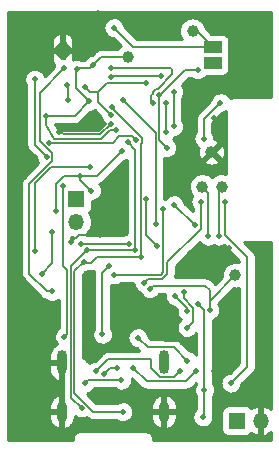
<source format=gbr>
%TF.GenerationSoftware,KiCad,Pcbnew,(5.99.0-8775-g06a515339c)*%
%TF.CreationDate,2021-02-12T19:12:03-05:00*%
%TF.ProjectId,mk2,6d6b322e-6b69-4636-9164-5f7063625858,rev?*%
%TF.SameCoordinates,Original*%
%TF.FileFunction,Copper,L2,Bot*%
%TF.FilePolarity,Positive*%
%FSLAX46Y46*%
G04 Gerber Fmt 4.6, Leading zero omitted, Abs format (unit mm)*
G04 Created by KiCad (PCBNEW (5.99.0-8775-g06a515339c)) date 2021-02-12 19:12:03*
%MOMM*%
%LPD*%
G01*
G04 APERTURE LIST*
%TA.AperFunction,ComponentPad*%
%ADD10R,1.350000X1.350000*%
%TD*%
%TA.AperFunction,ComponentPad*%
%ADD11O,1.350000X1.350000*%
%TD*%
%TA.AperFunction,SMDPad,CuDef*%
%ADD12R,0.500000X1.600000*%
%TD*%
%TA.AperFunction,ComponentPad*%
%ADD13C,0.500000*%
%TD*%
%TA.AperFunction,ComponentPad*%
%ADD14O,0.900000X2.000000*%
%TD*%
%TA.AperFunction,ComponentPad*%
%ADD15O,0.900000X1.700000*%
%TD*%
%TA.AperFunction,SMDPad,CuDef*%
%ADD16C,1.000000*%
%TD*%
%TA.AperFunction,SMDPad,CuDef*%
%ADD17R,1.500000X1.000000*%
%TD*%
%TA.AperFunction,ViaPad*%
%ADD18C,0.500000*%
%TD*%
%TA.AperFunction,Conductor*%
%ADD19C,0.130000*%
%TD*%
%TA.AperFunction,Conductor*%
%ADD20C,0.254000*%
%TD*%
G04 APERTURE END LIST*
D10*
%TO.P,BT1,1,+*%
%TO.N,+BATT*%
X32000000Y-47750000D03*
D11*
%TO.P,BT1,2,-*%
%TO.N,GND*%
X34000000Y-47750000D03*
%TD*%
D12*
%TO.P,U1,7,EP*%
%TO.N,GND*%
X17253000Y-16383000D03*
D13*
X17253000Y-15833000D03*
X17253000Y-16933000D03*
%TD*%
D14*
%TO.P,J2,S1,SHIELD*%
%TO.N,GND*%
X25820000Y-42820000D03*
D15*
X25820000Y-46990000D03*
D14*
X17180000Y-42820000D03*
D15*
X17180000Y-46990000D03*
%TD*%
D10*
%TO.P,J3,1,Pin_1*%
%TO.N,Net-(J3-Pad1)*%
X18415000Y-28972000D03*
D11*
%TO.P,J3,2,Pin_2*%
%TO.N,Net-(J3-Pad2)*%
X18415000Y-30972000D03*
%TD*%
D16*
%TO.P,TP5,1,1*%
%TO.N,VIN*%
X31877000Y-35433000D03*
%TD*%
%TO.P,TP1,1,1*%
%TO.N,GND*%
X29845000Y-25019000D03*
%TD*%
%TO.P,TP3,1,1*%
%TO.N,VCC*%
X22750000Y-17000000D03*
%TD*%
%TO.P,TP6,1,1*%
%TO.N,+5V*%
X28250000Y-14750000D03*
%TD*%
%TO.P,TP4,1,1*%
%TO.N,SWDIO*%
X29083000Y-27940000D03*
%TD*%
%TO.P,TP2,1,1*%
%TO.N,SWDCLK*%
X30734000Y-27940000D03*
%TD*%
D17*
%TO.P,JP1,1,1*%
%TO.N,DISP_POWER*%
X29972000Y-17429000D03*
%TO.P,JP1,2,2*%
%TO.N,+5V*%
X29972000Y-16129000D03*
%TD*%
D18*
%TO.N,GND*%
X33655000Y-33172400D03*
X20269200Y-13258800D03*
X14909800Y-25425400D03*
X14986000Y-14478000D03*
X20421600Y-32054800D03*
X24587200Y-39674800D03*
X21336000Y-22606000D03*
X14732000Y-44932600D03*
X23291800Y-45694600D03*
X30073600Y-22148800D03*
X16967200Y-23317200D03*
X27228800Y-40995600D03*
X32639000Y-44704000D03*
X13614400Y-23418800D03*
X21831000Y-15937999D03*
X30073600Y-43561000D03*
X14224000Y-26365200D03*
X16052800Y-18034000D03*
X31292800Y-33172400D03*
X30305498Y-39243000D03*
X30175200Y-46812200D03*
X15900400Y-39395400D03*
X17983200Y-32664400D03*
X19304000Y-16764000D03*
X13868400Y-35737800D03*
X27990800Y-20777200D03*
X13335000Y-29464000D03*
X28067000Y-33528000D03*
X30937200Y-22910800D03*
%TO.N,VCC*%
X19822694Y-17679875D03*
X15458018Y-35357588D03*
X22301200Y-24892000D03*
X18750000Y-27000000D03*
X16662400Y-30022800D03*
X15825000Y-21925392D03*
X16383000Y-31764000D03*
X19456400Y-20726400D03*
X21793200Y-23164800D03*
X18427000Y-18020600D03*
X19685000Y-28270200D03*
%TO.N,VIN*%
X24638000Y-36576000D03*
X17399000Y-17907000D03*
X29718000Y-38368000D03*
X16383000Y-36816000D03*
%TO.N,BATTPOW*%
X29121247Y-47442617D03*
X29250000Y-45127000D03*
X28702000Y-37868002D03*
%TO.N,VUSB*%
X22225000Y-44323000D03*
X19100000Y-44604000D03*
X27813000Y-42672000D03*
X20620000Y-40450000D03*
X23622000Y-40724000D03*
X21209000Y-34671000D03*
%TO.N,Net-(IC1-Pad34)*%
X26797000Y-37211000D03*
X27799000Y-38481000D03*
%TO.N,Net-(IC1-Pad35)*%
X27483838Y-36855038D03*
X27799000Y-39878000D03*
%TO.N,RST*%
X24341010Y-28998990D03*
X25265990Y-32932047D03*
%TO.N,SWDIO*%
X29591000Y-32131000D03*
%TO.N,SWDCLK*%
X30480000Y-32131000D03*
%TO.N,SQW*%
X28702000Y-18034000D03*
X26070863Y-24643340D03*
X25400000Y-20193000D03*
%TO.N,SDA*%
X19123667Y-19480928D03*
X19310314Y-33330808D03*
X22758400Y-24180800D03*
X21323702Y-21854327D03*
X18848188Y-46683812D03*
X24333200Y-19202400D03*
X23410990Y-33269264D03*
%TO.N,RTCIRQ*%
X22352000Y-20574000D03*
X25146000Y-31115000D03*
%TO.N,SCL*%
X23876000Y-33909000D03*
X21452997Y-21219003D03*
X17673385Y-20594010D03*
X17653000Y-19304000D03*
X22352000Y-46990000D03*
X19050000Y-34290000D03*
%TO.N,Net-(J2-PadB5)*%
X23241000Y-43307000D03*
X28575000Y-43561000D03*
%TO.N,Net-(J2-PadA5)*%
X27178000Y-43547000D03*
X20066000Y-43561000D03*
%TO.N,BACKLIGHT*%
X26670000Y-29464000D03*
X28440990Y-31195332D03*
%TO.N,BUZZER*%
X16118817Y-24224193D03*
X23446133Y-23976758D03*
%TO.N,CHGNG*%
X30988000Y-29210000D03*
X31496000Y-44577000D03*
%TO.N,SPI_MOSI*%
X29210000Y-23876000D03*
X30607000Y-20828000D03*
%TO.N,BUTTON1*%
X14885000Y-18850000D03*
X15890675Y-25418525D03*
%TO.N,BUTTON5*%
X19536732Y-26267732D03*
X14885009Y-33350000D03*
%TO.N,BUTTON3*%
X17272000Y-27925000D03*
X17399000Y-40640000D03*
%TO.N,DISP_POWER*%
X29972000Y-17429000D03*
%TO.N,ACCELINT2*%
X24892000Y-20828000D03*
X26035000Y-20828000D03*
X21336000Y-17907000D03*
X25965209Y-23283318D03*
%TO.N,ACCELINT1*%
X25553943Y-18548721D03*
X26653168Y-22843168D03*
X21336000Y-18643600D03*
X26635326Y-19896775D03*
%TO.N,+5V*%
X21590000Y-14478000D03*
%TO.N,SIDE_INT*%
X21632548Y-35413990D03*
X25781000Y-29845000D03*
%TO.N,USB_DN_EXT*%
X20746250Y-43807990D03*
X21844000Y-43307000D03*
%TO.N,FLASHLIGHT*%
X24130000Y-36068000D03*
X28956000Y-29210000D03*
%TO.N,SPARE*%
X18796000Y-32766000D03*
X22860000Y-32766000D03*
%TD*%
D19*
%TO.N,GND*%
X30073600Y-22352000D02*
X30175200Y-22453600D01*
X17370336Y-23500000D02*
X20442000Y-23500000D01*
X20269200Y-13258800D02*
X20218400Y-13309600D01*
X30073600Y-22148800D02*
X30073600Y-22352000D01*
X16967200Y-23317200D02*
X17370336Y-23500000D01*
X24587200Y-39674800D02*
X25908000Y-40995600D01*
X30937200Y-33528000D02*
X31292800Y-33172400D01*
X28067000Y-33528000D02*
X30937200Y-33528000D01*
X20421600Y-32054800D02*
X18592800Y-32054800D01*
X20442000Y-23500000D02*
X21336000Y-22606000D01*
X20218400Y-13309600D02*
X20015200Y-13309600D01*
X25908000Y-40995600D02*
X27228800Y-40995600D01*
X18592800Y-32054800D02*
X17983200Y-32664400D01*
%TO.N,VCC*%
X19685000Y-28270200D02*
X18750000Y-27335200D01*
X18257408Y-21925392D02*
X15825000Y-21925392D01*
X18750000Y-27335200D02*
X18750000Y-27000000D01*
X18515200Y-17932400D02*
X18427000Y-18020600D01*
X17373800Y-27000000D02*
X18750000Y-27000000D01*
X19456400Y-20726400D02*
X18257408Y-21925392D01*
X16662400Y-30022800D02*
X16662400Y-27711400D01*
X20502569Y-17000000D02*
X19822694Y-17679875D01*
X22750000Y-17000000D02*
X20502569Y-17000000D01*
X16383000Y-34432606D02*
X16383000Y-31764000D01*
X18338800Y-17932400D02*
X19570169Y-17932400D01*
X18750000Y-27000000D02*
X20193200Y-27000000D01*
X16510000Y-23876000D02*
X15825000Y-22683000D01*
X20193200Y-27000000D02*
X22301200Y-24892000D01*
X16662400Y-27711400D02*
X17373800Y-27000000D01*
X19822694Y-17679875D02*
X19570169Y-17932400D01*
X18338800Y-17932400D02*
X18338800Y-19608800D01*
X21793200Y-23164800D02*
X21243906Y-23164800D01*
X15825000Y-22683000D02*
X15825000Y-21925392D01*
X21243906Y-23164800D02*
X20532706Y-23876000D01*
X20532706Y-23876000D02*
X16510000Y-23876000D01*
X18338800Y-19608800D02*
X19456400Y-20726400D01*
X15458018Y-35357588D02*
X16383000Y-34432606D01*
%TO.N,VIN*%
X16356989Y-25119989D02*
X16356989Y-25792015D01*
X29337000Y-36322000D02*
X29718000Y-36703000D01*
X17399000Y-17907000D02*
X15309999Y-19996001D01*
X15309999Y-24072999D02*
X16356989Y-25119989D01*
X29718000Y-36703000D02*
X29718000Y-38368000D01*
X14419999Y-27729005D02*
X14419999Y-35327999D01*
X24638000Y-36576000D02*
X24892000Y-36322000D01*
X16356989Y-25792015D02*
X14419999Y-27729005D01*
X15908000Y-36816000D02*
X16383000Y-36816000D01*
X14419999Y-35327999D02*
X15908000Y-36816000D01*
X15309999Y-19996001D02*
X15309999Y-24072999D01*
X31877000Y-35433000D02*
X29718000Y-37592000D01*
X24892000Y-36322000D02*
X29337000Y-36322000D01*
%TO.N,BATTPOW*%
X29250000Y-38416002D02*
X29250000Y-45127000D01*
X29250000Y-47313864D02*
X29121247Y-47442617D01*
X28702000Y-37868002D02*
X29250000Y-38416002D01*
X29250000Y-45127000D02*
X29250000Y-47313864D01*
%TO.N,VUSB*%
X20620000Y-40450000D02*
X20620000Y-35260000D01*
X22225000Y-44323000D02*
X19381000Y-44323000D01*
X19381000Y-44323000D02*
X19100000Y-44604000D01*
X26695980Y-41554980D02*
X24452980Y-41554980D01*
X24452980Y-41554980D02*
X23622000Y-40724000D01*
X27813000Y-42672000D02*
X26695980Y-41554980D01*
X21209000Y-34671000D02*
X20620000Y-35260000D01*
%TO.N,Net-(IC1-Pad34)*%
X27799000Y-38213000D02*
X27799000Y-38481000D01*
X26797000Y-37211000D02*
X27799000Y-38213000D01*
%TO.N,Net-(IC1-Pad35)*%
X28314001Y-38233799D02*
X27483838Y-37403636D01*
X27483838Y-37403636D02*
X27483838Y-36855038D01*
X28314001Y-39362999D02*
X28314001Y-38233799D01*
X27799000Y-39878000D02*
X28314001Y-39362999D01*
%TO.N,RST*%
X24341010Y-32007067D02*
X24341010Y-28998990D01*
X25265990Y-32932047D02*
X24341010Y-32007067D01*
%TO.N,SWDIO*%
X29591000Y-28448000D02*
X29083000Y-27940000D01*
X29591000Y-32131000D02*
X29591000Y-28448000D01*
%TO.N,SWDCLK*%
X30480000Y-32131000D02*
X30480000Y-28194000D01*
%TO.N,SQW*%
X28702000Y-18034000D02*
X27644706Y-18034000D01*
X27644706Y-18034000D02*
X25485706Y-20193000D01*
X25426011Y-23998488D02*
X26070863Y-24643340D01*
X25485706Y-20193000D02*
X25400000Y-20193000D01*
X25426011Y-20219011D02*
X25426011Y-23998488D01*
X25400000Y-20193000D02*
X25426011Y-20219011D01*
%TO.N,SDA*%
X20275231Y-19907569D02*
X20275231Y-20805856D01*
X19310314Y-33330808D02*
X17964968Y-34676154D01*
X24333200Y-19202400D02*
X20980400Y-19202400D01*
X17964968Y-34676154D02*
X17964968Y-45800592D01*
X17964968Y-45800592D02*
X18848188Y-46683812D01*
X19123667Y-19480928D02*
X19550308Y-19907569D01*
X19550308Y-19907569D02*
X20275231Y-19907569D01*
X20275231Y-20805856D02*
X21323702Y-21854327D01*
X23349446Y-33330808D02*
X23410990Y-33269264D01*
X20275231Y-19907569D02*
X20980400Y-19202400D01*
X22758400Y-24180800D02*
X23410990Y-24833390D01*
X19310314Y-33330808D02*
X23349446Y-33330808D01*
X23410990Y-24833390D02*
X23410990Y-33269264D01*
%TO.N,RTCIRQ*%
X22352000Y-20574000D02*
X25146000Y-23368000D01*
X25146000Y-31115000D02*
X25146000Y-23368000D01*
%TO.N,SCL*%
X17673385Y-19324385D02*
X17673385Y-20594010D01*
X18244979Y-35095021D02*
X19050000Y-34290000D01*
X21600003Y-21366009D02*
X21600003Y-21473003D01*
X20193000Y-33909000D02*
X19685000Y-34417000D01*
X19812000Y-46990000D02*
X18244979Y-45422979D01*
X17653000Y-19304000D02*
X17673385Y-19324385D01*
X23876000Y-33909000D02*
X20193000Y-33909000D01*
X23876000Y-33909000D02*
X23876000Y-24305935D01*
X23925991Y-24255944D02*
X23925991Y-23798991D01*
X19177000Y-34417000D02*
X19050000Y-34290000D01*
X18244979Y-45422979D02*
X18244979Y-35095021D01*
X21452997Y-21219003D02*
X21600003Y-21366009D01*
X23876000Y-24305935D02*
X23925991Y-24255944D01*
X23925991Y-23798991D02*
X21600003Y-21473003D01*
X22352000Y-46990000D02*
X19812000Y-46990000D01*
X19685000Y-34417000D02*
X19177000Y-34417000D01*
%TO.N,Net-(J2-PadB5)*%
X27720969Y-44415031D02*
X24349031Y-44415031D01*
X28575000Y-43561000D02*
X27720969Y-44415031D01*
X24349031Y-44415031D02*
X23241000Y-43307000D01*
%TO.N,Net-(J2-PadA5)*%
X21082000Y-42545000D02*
X24765000Y-42545000D01*
X24765000Y-43326190D02*
X25523830Y-44085020D01*
X24765000Y-42545000D02*
X24765000Y-43326190D01*
X26639980Y-44085020D02*
X27178000Y-43547000D01*
X25523830Y-44085020D02*
X26639980Y-44085020D01*
X20066000Y-43561000D02*
X21082000Y-42545000D01*
%TO.N,BACKLIGHT*%
X26709658Y-29464000D02*
X28440990Y-31195332D01*
X26670000Y-29464000D02*
X26709658Y-29464000D01*
%TO.N,BUZZER*%
X16118817Y-24224193D02*
X21486292Y-24224193D01*
X23157558Y-23688183D02*
X23446133Y-23976758D01*
X21486292Y-24224193D02*
X22022302Y-23688183D01*
X22022302Y-23688183D02*
X23157558Y-23688183D01*
%TO.N,CHGNG*%
X30988000Y-32004000D02*
X32893000Y-33909000D01*
X32893000Y-43180000D02*
X32893000Y-33909000D01*
X31496000Y-44577000D02*
X32893000Y-43180000D01*
X30988000Y-32004000D02*
X30988000Y-29210000D01*
%TO.N,SPI_MOSI*%
X29210000Y-22225000D02*
X29210000Y-23876000D01*
X30607000Y-20828000D02*
X29210000Y-22225000D01*
%TO.N,BUTTON1*%
X14885000Y-24412850D02*
X14885000Y-18850000D01*
X14885000Y-24412850D02*
X15890675Y-25418525D01*
%TO.N,BUTTON5*%
X16277268Y-26267732D02*
X14885009Y-27659991D01*
X19536732Y-26267732D02*
X16277268Y-26267732D01*
X14885009Y-27659991D02*
X14885009Y-33350000D01*
%TO.N,BUTTON3*%
X17272000Y-34671000D02*
X17272000Y-27925000D01*
X17615009Y-35014009D02*
X17272000Y-34671000D01*
X17615009Y-40423991D02*
X17615009Y-35014009D01*
X17399000Y-40640000D02*
X17615009Y-40423991D01*
%TO.N,ACCELINT2*%
X26416000Y-17907000D02*
X26543000Y-18034000D01*
X24765000Y-20701000D02*
X24892000Y-20828000D01*
X25152794Y-19677989D02*
X24884989Y-19945794D01*
X26035000Y-20828000D02*
X26035000Y-23213527D01*
X25280011Y-19677989D02*
X25152794Y-19677989D01*
X26543000Y-18415000D02*
X25280011Y-19677989D01*
X24765000Y-20193000D02*
X24765000Y-20701000D01*
X24884989Y-19945794D02*
X24884989Y-20073011D01*
X24884989Y-20073011D02*
X24765000Y-20193000D01*
X26543000Y-18034000D02*
X26543000Y-18415000D01*
X26035000Y-23213527D02*
X25965209Y-23283318D01*
X21336000Y-17907000D02*
X26416000Y-17907000D01*
%TO.N,ACCELINT1*%
X21430879Y-18548721D02*
X21336000Y-18643600D01*
X26635326Y-19896775D02*
X26635326Y-22825326D01*
X25553943Y-18548721D02*
X25553943Y-18441943D01*
X25553943Y-18548721D02*
X21430879Y-18548721D01*
X26635326Y-22825326D02*
X26653168Y-22843168D01*
%TO.N,+5V*%
X23241000Y-16129000D02*
X21590000Y-14478000D01*
X29972000Y-16129000D02*
X23241000Y-16129000D01*
X28593000Y-14750000D02*
X29972000Y-16129000D01*
%TO.N,SIDE_INT*%
X25781000Y-29845000D02*
X25781000Y-35179000D01*
X25781000Y-35179000D02*
X25546010Y-35413990D01*
X25546010Y-35413990D02*
X21632548Y-35413990D01*
%TO.N,USB_DN_EXT*%
X21247240Y-43307000D02*
X20746250Y-43807990D01*
X21844000Y-43307000D02*
X21247240Y-43307000D01*
%TO.N,FLASHLIGHT*%
X28956000Y-31496000D02*
X28956000Y-29210000D01*
X26111020Y-34340980D02*
X28956000Y-31496000D01*
X24453990Y-35744010D02*
X25682709Y-35744009D01*
X25682709Y-35744009D02*
X26111020Y-35315698D01*
X26111020Y-35315698D02*
X26111020Y-34340980D01*
X24130000Y-36068000D02*
X24453990Y-35744010D01*
%TO.N,SPARE*%
X22860000Y-32766000D02*
X18796000Y-32766000D01*
%TD*%
%TO.N,GND*%
D20*
X34866000Y-20366000D02*
X31722378Y-20366000D01*
X31681148Y-20365748D01*
X31645754Y-20370596D01*
X31617365Y-20378709D01*
X31588154Y-20382893D01*
X31553865Y-20392920D01*
X31530543Y-20403524D01*
X31505903Y-20410566D01*
X31473290Y-20425155D01*
X31448326Y-20440907D01*
X31421461Y-20453121D01*
X31413577Y-20458163D01*
X31408126Y-20443145D01*
X31395059Y-20417051D01*
X31298103Y-20269168D01*
X31279384Y-20246780D01*
X31151008Y-20125169D01*
X31127640Y-20107688D01*
X30974730Y-20018871D01*
X30947968Y-20007235D01*
X30778727Y-19955977D01*
X30750006Y-19950809D01*
X30573513Y-19939859D01*
X30544373Y-19941437D01*
X30370094Y-19971384D01*
X30342099Y-19979623D01*
X30179384Y-20048859D01*
X30154035Y-20063318D01*
X30011612Y-20168129D01*
X29990269Y-20188032D01*
X29875778Y-20322797D01*
X29859586Y-20347075D01*
X29779168Y-20504564D01*
X29768996Y-20531917D01*
X29726966Y-20703682D01*
X29724816Y-20720942D01*
X28748072Y-21697686D01*
X28724235Y-21715977D01*
X28700977Y-21739235D01*
X28677670Y-21769610D01*
X28677656Y-21769625D01*
X28609041Y-21859046D01*
X28592595Y-21887532D01*
X28534803Y-22027055D01*
X28526290Y-22058827D01*
X28506578Y-22208554D01*
X28506578Y-22241446D01*
X28510500Y-22271237D01*
X28510500Y-23333458D01*
X28478778Y-23370797D01*
X28462586Y-23395075D01*
X28382168Y-23552564D01*
X28371996Y-23579917D01*
X28329966Y-23751682D01*
X28326359Y-23780640D01*
X28324970Y-23957468D01*
X28328122Y-23986480D01*
X28367449Y-24158884D01*
X28377190Y-24186393D01*
X28455124Y-24345125D01*
X28470933Y-24369655D01*
X28583294Y-24506202D01*
X28604321Y-24526437D01*
X28745080Y-24633473D01*
X28770198Y-24648328D01*
X28772410Y-24649311D01*
X28734034Y-24770286D01*
X28728921Y-24794340D01*
X28706884Y-24990811D01*
X28706541Y-25015399D01*
X28723084Y-25212409D01*
X28727523Y-25236596D01*
X28782017Y-25426640D01*
X28791070Y-25449505D01*
X28862272Y-25588047D01*
X28911200Y-25639492D01*
X28980174Y-25656317D01*
X29047295Y-25633181D01*
X29063433Y-25619547D01*
X29690763Y-24992217D01*
X30081089Y-24992217D01*
X30086154Y-25063032D01*
X30115115Y-25108095D01*
X30625468Y-25618448D01*
X30687780Y-25652474D01*
X30758595Y-25647409D01*
X30815431Y-25604862D01*
X30824119Y-25591590D01*
X30879978Y-25493261D01*
X30889980Y-25470795D01*
X30952384Y-25283200D01*
X30957832Y-25259221D01*
X30982611Y-25063077D01*
X30983593Y-25049044D01*
X30983988Y-25020759D01*
X30983399Y-25006705D01*
X30964107Y-24809946D01*
X30959330Y-24785823D01*
X30902187Y-24596558D01*
X30892817Y-24573823D01*
X30826400Y-24448909D01*
X30776759Y-24398152D01*
X30707556Y-24382291D01*
X30640765Y-24406361D01*
X30626053Y-24418967D01*
X30115115Y-24929905D01*
X30081089Y-24992217D01*
X29690763Y-24992217D01*
X30444831Y-24238149D01*
X30478857Y-24175837D01*
X30473792Y-24105022D01*
X30431245Y-24048186D01*
X30415664Y-24038218D01*
X30297481Y-23974317D01*
X30274813Y-23964788D01*
X30097601Y-23909931D01*
X30098314Y-23904548D01*
X30099402Y-23888981D01*
X30099496Y-23876988D01*
X30098652Y-23861409D01*
X30078174Y-23685766D01*
X30071461Y-23657366D01*
X30011126Y-23491145D01*
X29998059Y-23465051D01*
X29909500Y-23329976D01*
X29909500Y-22514742D01*
X30715977Y-21708265D01*
X30736210Y-21707329D01*
X30765010Y-21702613D01*
X30935034Y-21654020D01*
X30961975Y-21642806D01*
X31116000Y-21556548D01*
X31116000Y-26870466D01*
X30975052Y-26826835D01*
X30950962Y-26821890D01*
X30754246Y-26801215D01*
X30729656Y-26801044D01*
X30532669Y-26818971D01*
X30508514Y-26823578D01*
X30318761Y-26879425D01*
X30295961Y-26888637D01*
X30120670Y-26980277D01*
X30100093Y-26993742D01*
X29945939Y-27117685D01*
X29928370Y-27134890D01*
X29909194Y-27157743D01*
X29899793Y-27146217D01*
X29882465Y-27128768D01*
X29730057Y-27002685D01*
X29709670Y-26988934D01*
X29535675Y-26894856D01*
X29513007Y-26885327D01*
X29324052Y-26826835D01*
X29299962Y-26821890D01*
X29103246Y-26801215D01*
X29078656Y-26801044D01*
X28881669Y-26818971D01*
X28857514Y-26823578D01*
X28667761Y-26879425D01*
X28644961Y-26888637D01*
X28469670Y-26980277D01*
X28449093Y-26993742D01*
X28294939Y-27117685D01*
X28277369Y-27134891D01*
X28150225Y-27286415D01*
X28136332Y-27306705D01*
X28041041Y-27480039D01*
X28031354Y-27502641D01*
X27971545Y-27691183D01*
X27966432Y-27715237D01*
X27944384Y-27911804D01*
X27944041Y-27936392D01*
X27960592Y-28133499D01*
X27965031Y-28157687D01*
X28019553Y-28347825D01*
X28028605Y-28370688D01*
X28119019Y-28546615D01*
X28132341Y-28567285D01*
X28233342Y-28694717D01*
X28224778Y-28704797D01*
X28208586Y-28729075D01*
X28128168Y-28886564D01*
X28117996Y-28913917D01*
X28075966Y-29085682D01*
X28072359Y-29114640D01*
X28070970Y-29291468D01*
X28074122Y-29320480D01*
X28113449Y-29492884D01*
X28123190Y-29520393D01*
X28201124Y-29679125D01*
X28216932Y-29703655D01*
X28256500Y-29751740D01*
X28256500Y-30021600D01*
X27542068Y-29307168D01*
X27538174Y-29273766D01*
X27531461Y-29245366D01*
X27471126Y-29079145D01*
X27458059Y-29053051D01*
X27361103Y-28905168D01*
X27342384Y-28882780D01*
X27214008Y-28761169D01*
X27190640Y-28743688D01*
X27037730Y-28654871D01*
X27010968Y-28643235D01*
X26841727Y-28591977D01*
X26813006Y-28586809D01*
X26636513Y-28575859D01*
X26607373Y-28577437D01*
X26433094Y-28607384D01*
X26405099Y-28615623D01*
X26242384Y-28684859D01*
X26217035Y-28699318D01*
X26074612Y-28804129D01*
X26053269Y-28824032D01*
X25938778Y-28958797D01*
X25931829Y-28969217D01*
X25924006Y-28967809D01*
X25845500Y-28962938D01*
X25845500Y-25861871D01*
X29211435Y-25861871D01*
X29216500Y-25932686D01*
X29259047Y-25989522D01*
X29273086Y-25998642D01*
X29377976Y-26057263D01*
X29400510Y-26067108D01*
X29588537Y-26128202D01*
X29612554Y-26133483D01*
X29808866Y-26156892D01*
X29833452Y-26157407D01*
X30030573Y-26142239D01*
X30054790Y-26137969D01*
X30245210Y-26084803D01*
X30268136Y-26075910D01*
X30413577Y-26002443D01*
X30465363Y-25953875D01*
X30482669Y-25885021D01*
X30460003Y-25817739D01*
X30445862Y-25800882D01*
X29934095Y-25289115D01*
X29871783Y-25255089D01*
X29800968Y-25260154D01*
X29755905Y-25289115D01*
X29245461Y-25799559D01*
X29211435Y-25861871D01*
X25845500Y-25861871D01*
X25845500Y-25500825D01*
X25994318Y-25528810D01*
X26023430Y-25530845D01*
X26200074Y-25522669D01*
X26228873Y-25517953D01*
X26398897Y-25469360D01*
X26425838Y-25458146D01*
X26580124Y-25371742D01*
X26603763Y-25354630D01*
X26734034Y-25235050D01*
X26753103Y-25212958D01*
X26852370Y-25066616D01*
X26865845Y-25040731D01*
X26928784Y-24875478D01*
X26935943Y-24847187D01*
X26959177Y-24671888D01*
X26960265Y-24656321D01*
X26960359Y-24644328D01*
X26959515Y-24628749D01*
X26939037Y-24453106D01*
X26932324Y-24424706D01*
X26871989Y-24258485D01*
X26858922Y-24232391D01*
X26761966Y-24084508D01*
X26743247Y-24062120D01*
X26614871Y-23940509D01*
X26591503Y-23923028D01*
X26582062Y-23917544D01*
X26628380Y-23875028D01*
X26647449Y-23852936D01*
X26734423Y-23724717D01*
X26782379Y-23722497D01*
X26811178Y-23717781D01*
X26981202Y-23669188D01*
X27008143Y-23657974D01*
X27162429Y-23571570D01*
X27186068Y-23554458D01*
X27316339Y-23434878D01*
X27335408Y-23412786D01*
X27434675Y-23266444D01*
X27448150Y-23240559D01*
X27511089Y-23075306D01*
X27518248Y-23047015D01*
X27541482Y-22871716D01*
X27542570Y-22856149D01*
X27542664Y-22844156D01*
X27541820Y-22828577D01*
X27521342Y-22652934D01*
X27514629Y-22624534D01*
X27454294Y-22458313D01*
X27441227Y-22432219D01*
X27344271Y-22284336D01*
X27334826Y-22273040D01*
X27334826Y-20440948D01*
X27416833Y-20320051D01*
X27430308Y-20294166D01*
X27493247Y-20128913D01*
X27500406Y-20100622D01*
X27523640Y-19925323D01*
X27524728Y-19909756D01*
X27524822Y-19897763D01*
X27523978Y-19882184D01*
X27503500Y-19706541D01*
X27496787Y-19678141D01*
X27436452Y-19511920D01*
X27423385Y-19485826D01*
X27327845Y-19340103D01*
X27934448Y-18733500D01*
X28160842Y-18733500D01*
X28237080Y-18791473D01*
X28262199Y-18806328D01*
X28423806Y-18878111D01*
X28451668Y-18886790D01*
X28625455Y-18919470D01*
X28654567Y-18921505D01*
X28831211Y-18913329D01*
X28860010Y-18908613D01*
X29030034Y-18860020D01*
X29056975Y-18848806D01*
X29211261Y-18762402D01*
X29234900Y-18745290D01*
X29365171Y-18625710D01*
X29384240Y-18603618D01*
X29408061Y-18568500D01*
X30722000Y-18568500D01*
X30730989Y-18568179D01*
X30804068Y-18562952D01*
X30830577Y-18558169D01*
X30970814Y-18516992D01*
X31003437Y-18502094D01*
X31126392Y-18423075D01*
X31153495Y-18399590D01*
X31249208Y-18289132D01*
X31268598Y-18258961D01*
X31329314Y-18126012D01*
X31339418Y-18091601D01*
X31360218Y-17946931D01*
X31361500Y-17929000D01*
X31361500Y-16929000D01*
X31361179Y-16920011D01*
X31355952Y-16846932D01*
X31351169Y-16820423D01*
X31340499Y-16784083D01*
X31360218Y-16646931D01*
X31361500Y-16629000D01*
X31361500Y-15629000D01*
X31361179Y-15620011D01*
X31355952Y-15546932D01*
X31351169Y-15520423D01*
X31309992Y-15380186D01*
X31295094Y-15347563D01*
X31216075Y-15224608D01*
X31192590Y-15197505D01*
X31082132Y-15101792D01*
X31051961Y-15082402D01*
X30919012Y-15021686D01*
X30884601Y-15011582D01*
X30739931Y-14990782D01*
X30722000Y-14989500D01*
X29821742Y-14989500D01*
X29368735Y-14536492D01*
X29364820Y-14516725D01*
X29307649Y-14327367D01*
X29298279Y-14304632D01*
X29205418Y-14129985D01*
X29191809Y-14109502D01*
X29066793Y-13956217D01*
X29049465Y-13938768D01*
X28897057Y-13812685D01*
X28876670Y-13798934D01*
X28702675Y-13704856D01*
X28680007Y-13695327D01*
X28491052Y-13636835D01*
X28466962Y-13631890D01*
X28270246Y-13611215D01*
X28245656Y-13611044D01*
X28048669Y-13628971D01*
X28024514Y-13633578D01*
X27834761Y-13689425D01*
X27811961Y-13698637D01*
X27636670Y-13790277D01*
X27616093Y-13803742D01*
X27461939Y-13927685D01*
X27444369Y-13944891D01*
X27317225Y-14096415D01*
X27303332Y-14116705D01*
X27208041Y-14290039D01*
X27198354Y-14312641D01*
X27138545Y-14501183D01*
X27133432Y-14525237D01*
X27111384Y-14721804D01*
X27111041Y-14746392D01*
X27127592Y-14943499D01*
X27132031Y-14967687D01*
X27186553Y-15157825D01*
X27195605Y-15180688D01*
X27286019Y-15356615D01*
X27299341Y-15377285D01*
X27340726Y-15429500D01*
X23530741Y-15429500D01*
X22467302Y-14366061D01*
X22458174Y-14287766D01*
X22451461Y-14259366D01*
X22391126Y-14093145D01*
X22378059Y-14067051D01*
X22281103Y-13919168D01*
X22262384Y-13896780D01*
X22134008Y-13775169D01*
X22110640Y-13757688D01*
X21957730Y-13668871D01*
X21930968Y-13657235D01*
X21761727Y-13605977D01*
X21733006Y-13600809D01*
X21556513Y-13589859D01*
X21527373Y-13591437D01*
X21353094Y-13621384D01*
X21325099Y-13629623D01*
X21162384Y-13698859D01*
X21137035Y-13713318D01*
X20994612Y-13818129D01*
X20973269Y-13838032D01*
X20858778Y-13972797D01*
X20842586Y-13997075D01*
X20762168Y-14154564D01*
X20751996Y-14181917D01*
X20709966Y-14353682D01*
X20706359Y-14382640D01*
X20704970Y-14559468D01*
X20708122Y-14588480D01*
X20747449Y-14760884D01*
X20757190Y-14788393D01*
X20835124Y-14947125D01*
X20850933Y-14971655D01*
X20963294Y-15108202D01*
X20984321Y-15128437D01*
X21125080Y-15235473D01*
X21150199Y-15250328D01*
X21311806Y-15322111D01*
X21339668Y-15330790D01*
X21479921Y-15357164D01*
X22153984Y-16031226D01*
X22136670Y-16040277D01*
X22116093Y-16053742D01*
X21961939Y-16177685D01*
X21944370Y-16194891D01*
X21855753Y-16300500D01*
X20548799Y-16300500D01*
X20519015Y-16296579D01*
X20486123Y-16296579D01*
X20448156Y-16301577D01*
X20448144Y-16301578D01*
X20336396Y-16316290D01*
X20304624Y-16324803D01*
X20165101Y-16382595D01*
X20136615Y-16399042D01*
X20085715Y-16438099D01*
X20047194Y-16467657D01*
X20047191Y-16467660D01*
X20016804Y-16490977D01*
X19993546Y-16514235D01*
X19975255Y-16538072D01*
X19711705Y-16801622D01*
X19585788Y-16823259D01*
X19557793Y-16831498D01*
X19395078Y-16900734D01*
X19369729Y-16915193D01*
X19227306Y-17020004D01*
X19205963Y-17039907D01*
X19091472Y-17174672D01*
X19075280Y-17198950D01*
X19057944Y-17232900D01*
X18831623Y-17232900D01*
X18794730Y-17211471D01*
X18767968Y-17199835D01*
X18598727Y-17148577D01*
X18570006Y-17143409D01*
X18393513Y-17132459D01*
X18364373Y-17134037D01*
X18190094Y-17163984D01*
X18162099Y-17172223D01*
X18142000Y-17180775D01*
X18142000Y-16633000D01*
X18121998Y-16564879D01*
X18068342Y-16518386D01*
X18016000Y-16507000D01*
X17906553Y-16507000D01*
X17838432Y-16527002D01*
X17817458Y-16543905D01*
X17341187Y-17020176D01*
X17336373Y-17020437D01*
X17190193Y-17045556D01*
X16688542Y-16543905D01*
X16626230Y-16509879D01*
X16599447Y-16507000D01*
X16490000Y-16507000D01*
X16421879Y-16527002D01*
X16375386Y-16580658D01*
X16364000Y-16633000D01*
X16364000Y-17183000D01*
X16364321Y-17191989D01*
X16369543Y-17264997D01*
X16374326Y-17291506D01*
X16415463Y-17431606D01*
X16430361Y-17464228D01*
X16509302Y-17587064D01*
X16532788Y-17614169D01*
X16555405Y-17633767D01*
X16518966Y-17782682D01*
X16516816Y-17799943D01*
X15730198Y-18586561D01*
X15686126Y-18465145D01*
X15673059Y-18439051D01*
X15576103Y-18291168D01*
X15557384Y-18268780D01*
X15429008Y-18147169D01*
X15405640Y-18129688D01*
X15252730Y-18040871D01*
X15225968Y-18029235D01*
X15056727Y-17977977D01*
X15028006Y-17972809D01*
X14851513Y-17961859D01*
X14822373Y-17963437D01*
X14648094Y-17993384D01*
X14620099Y-18001623D01*
X14457384Y-18070859D01*
X14432035Y-18085318D01*
X14289612Y-18190129D01*
X14268269Y-18210032D01*
X14153778Y-18344797D01*
X14137586Y-18369075D01*
X14057168Y-18526564D01*
X14046996Y-18553917D01*
X14004966Y-18725682D01*
X14001359Y-18754640D01*
X13999970Y-18931468D01*
X14003122Y-18960480D01*
X14042449Y-19132884D01*
X14052190Y-19160393D01*
X14130124Y-19319125D01*
X14145932Y-19343655D01*
X14185500Y-19391740D01*
X14185500Y-24366613D01*
X14181578Y-24396404D01*
X14181578Y-24429296D01*
X14201290Y-24579023D01*
X14209803Y-24610795D01*
X14267595Y-24750318D01*
X14284041Y-24778804D01*
X14352656Y-24868225D01*
X14352670Y-24868240D01*
X14375977Y-24898615D01*
X14399235Y-24921873D01*
X14423072Y-24940164D01*
X15008417Y-25525509D01*
X15008797Y-25529005D01*
X15048124Y-25701409D01*
X15057865Y-25728918D01*
X15135799Y-25887650D01*
X15151608Y-25912180D01*
X15194933Y-25964830D01*
X13958071Y-27201691D01*
X13934234Y-27219982D01*
X13910976Y-27243240D01*
X13887662Y-27273624D01*
X13887656Y-27273630D01*
X13819617Y-27362300D01*
X13819600Y-27362322D01*
X13819024Y-27363073D01*
X13802594Y-27391537D01*
X13744802Y-27531060D01*
X13736289Y-27562833D01*
X13726880Y-27634303D01*
X13716577Y-27712558D01*
X13716577Y-27745451D01*
X13720499Y-27775242D01*
X13720499Y-35281762D01*
X13716577Y-35311553D01*
X13716577Y-35344445D01*
X13736289Y-35494172D01*
X13744802Y-35525944D01*
X13802594Y-35665467D01*
X13819040Y-35693953D01*
X13887655Y-35783374D01*
X13887669Y-35783389D01*
X13910976Y-35813764D01*
X13934234Y-35837022D01*
X13958071Y-35855313D01*
X15380686Y-37277928D01*
X15398977Y-37301765D01*
X15422235Y-37325023D01*
X15452610Y-37348330D01*
X15452625Y-37348344D01*
X15542046Y-37416959D01*
X15570532Y-37433405D01*
X15710055Y-37491197D01*
X15741827Y-37499710D01*
X15837671Y-37512328D01*
X15918080Y-37573473D01*
X15943199Y-37588328D01*
X16104806Y-37660111D01*
X16132668Y-37668790D01*
X16306455Y-37701470D01*
X16335567Y-37703505D01*
X16512211Y-37695329D01*
X16541010Y-37690613D01*
X16711034Y-37642020D01*
X16737975Y-37630806D01*
X16892261Y-37544402D01*
X16915509Y-37527573D01*
X16915509Y-39897782D01*
X16803612Y-39980129D01*
X16782269Y-40000032D01*
X16667778Y-40134797D01*
X16651586Y-40159075D01*
X16571168Y-40316564D01*
X16560996Y-40343917D01*
X16518966Y-40515682D01*
X16515359Y-40544640D01*
X16513970Y-40721468D01*
X16517122Y-40750480D01*
X16556449Y-40922884D01*
X16566190Y-40950393D01*
X16644124Y-41109125D01*
X16659933Y-41133655D01*
X16768938Y-41266123D01*
X16714341Y-41286211D01*
X16691453Y-41297374D01*
X16526034Y-41399938D01*
X16505857Y-41415477D01*
X16364441Y-41549208D01*
X16347801Y-41568485D01*
X16236163Y-41727920D01*
X16223739Y-41750150D01*
X16146440Y-41928777D01*
X16138740Y-41953051D01*
X16098938Y-42143572D01*
X16096448Y-42162746D01*
X16096173Y-42167994D01*
X16096000Y-42174587D01*
X16096000Y-42566000D01*
X16116002Y-42634121D01*
X16169658Y-42680614D01*
X16222000Y-42692000D01*
X17265468Y-42692000D01*
X17265468Y-45754355D01*
X17261546Y-45784146D01*
X17261546Y-45817038D01*
X17281258Y-45966765D01*
X17289771Y-45998537D01*
X17308000Y-46042546D01*
X17308000Y-48317407D01*
X17328002Y-48385528D01*
X17381658Y-48432021D01*
X17451932Y-48442125D01*
X17477508Y-48435657D01*
X17645659Y-48373789D01*
X17668547Y-48362626D01*
X17833966Y-48260062D01*
X17854143Y-48244523D01*
X17995559Y-48110792D01*
X18012199Y-48091515D01*
X18123837Y-47932080D01*
X18136261Y-47909850D01*
X18213560Y-47731223D01*
X18221260Y-47706949D01*
X18261062Y-47516428D01*
X18263552Y-47497254D01*
X18263827Y-47492006D01*
X18264000Y-47485413D01*
X18264000Y-47350591D01*
X18383268Y-47441285D01*
X18408387Y-47456140D01*
X18569994Y-47527923D01*
X18597856Y-47536602D01*
X18771643Y-47569282D01*
X18800755Y-47571317D01*
X18977399Y-47563141D01*
X19006198Y-47558425D01*
X19176222Y-47509832D01*
X19203163Y-47498618D01*
X19285242Y-47452652D01*
X19302977Y-47475765D01*
X19326235Y-47499023D01*
X19356610Y-47522330D01*
X19356625Y-47522344D01*
X19446046Y-47590959D01*
X19474532Y-47607405D01*
X19614055Y-47665197D01*
X19645827Y-47673710D01*
X19757575Y-47688422D01*
X19757587Y-47688423D01*
X19795554Y-47693421D01*
X19828446Y-47693421D01*
X19858230Y-47689500D01*
X21810842Y-47689500D01*
X21887080Y-47747473D01*
X21912199Y-47762328D01*
X22073806Y-47834111D01*
X22101668Y-47842790D01*
X22275455Y-47875470D01*
X22304567Y-47877505D01*
X22481211Y-47869329D01*
X22510010Y-47864613D01*
X22680034Y-47816020D01*
X22706975Y-47804806D01*
X22861261Y-47718402D01*
X22884900Y-47701290D01*
X23015171Y-47581710D01*
X23034240Y-47559618D01*
X23133507Y-47413276D01*
X23146982Y-47387391D01*
X23201595Y-47244000D01*
X24736000Y-47244000D01*
X24736000Y-47439224D01*
X24736645Y-47451957D01*
X24751314Y-47596371D01*
X24756435Y-47621317D01*
X24814639Y-47807045D01*
X24824671Y-47830452D01*
X24919031Y-48000683D01*
X24933565Y-48021594D01*
X25060228Y-48169375D01*
X25078670Y-48186938D01*
X25232462Y-48306230D01*
X25254058Y-48319724D01*
X25428695Y-48405657D01*
X25452564Y-48414534D01*
X25534239Y-48435809D01*
X25605202Y-48433624D01*
X25663719Y-48393421D01*
X25691210Y-48327963D01*
X25692000Y-48313878D01*
X25692000Y-47244000D01*
X25948000Y-47244000D01*
X25948000Y-48317407D01*
X25968002Y-48385528D01*
X26021658Y-48432021D01*
X26091932Y-48442125D01*
X26117508Y-48435657D01*
X26285659Y-48373789D01*
X26308547Y-48362626D01*
X26473966Y-48260062D01*
X26494143Y-48244523D01*
X26635559Y-48110792D01*
X26652199Y-48091515D01*
X26763837Y-47932080D01*
X26776261Y-47909850D01*
X26853560Y-47731223D01*
X26861260Y-47706949D01*
X26901062Y-47516428D01*
X26903552Y-47497254D01*
X26903827Y-47492006D01*
X26904000Y-47485413D01*
X26904000Y-47244000D01*
X26883998Y-47175879D01*
X26830342Y-47129386D01*
X26778000Y-47118000D01*
X26074000Y-47118000D01*
X26005879Y-47138002D01*
X25959386Y-47191658D01*
X25948000Y-47244000D01*
X25692000Y-47244000D01*
X25671998Y-47175879D01*
X25618342Y-47129386D01*
X25566000Y-47118000D01*
X24862000Y-47118000D01*
X24793879Y-47138002D01*
X24747386Y-47191658D01*
X24736000Y-47244000D01*
X23201595Y-47244000D01*
X23209921Y-47222138D01*
X23217080Y-47193847D01*
X23240314Y-47018548D01*
X23241402Y-47002981D01*
X23241496Y-46990988D01*
X23240652Y-46975409D01*
X23220174Y-46799766D01*
X23213461Y-46771366D01*
X23153126Y-46605145D01*
X23140059Y-46579051D01*
X23084682Y-46494587D01*
X24736000Y-46494587D01*
X24736000Y-46736000D01*
X24756002Y-46804121D01*
X24809658Y-46850614D01*
X24862000Y-46862000D01*
X25566000Y-46862000D01*
X25634121Y-46841998D01*
X25680614Y-46788342D01*
X25692000Y-46736000D01*
X25692000Y-45666122D01*
X25948000Y-45666122D01*
X25948000Y-46736000D01*
X25968002Y-46804121D01*
X26021658Y-46850614D01*
X26074000Y-46862000D01*
X26778000Y-46862000D01*
X26846121Y-46841998D01*
X26892614Y-46788342D01*
X26904000Y-46736000D01*
X26904000Y-46540776D01*
X26903355Y-46528043D01*
X26888686Y-46383629D01*
X26883565Y-46358683D01*
X26825361Y-46172955D01*
X26815329Y-46149548D01*
X26720969Y-45979317D01*
X26706435Y-45958406D01*
X26579772Y-45810625D01*
X26561330Y-45793062D01*
X26407538Y-45673770D01*
X26385942Y-45660276D01*
X26211305Y-45574343D01*
X26187436Y-45565466D01*
X26105761Y-45544191D01*
X26034798Y-45546376D01*
X25976281Y-45586579D01*
X25948790Y-45652037D01*
X25948000Y-45666122D01*
X25692000Y-45666122D01*
X25692000Y-45662593D01*
X25671998Y-45594472D01*
X25618342Y-45547979D01*
X25548068Y-45537875D01*
X25522492Y-45544343D01*
X25354341Y-45606211D01*
X25331453Y-45617374D01*
X25166034Y-45719938D01*
X25145857Y-45735477D01*
X25004441Y-45869208D01*
X24987801Y-45888485D01*
X24876163Y-46047920D01*
X24863739Y-46070150D01*
X24786440Y-46248777D01*
X24778740Y-46273051D01*
X24738938Y-46463572D01*
X24736448Y-46482746D01*
X24736173Y-46487994D01*
X24736000Y-46494587D01*
X23084682Y-46494587D01*
X23043103Y-46431168D01*
X23024384Y-46408780D01*
X22896008Y-46287169D01*
X22872640Y-46269688D01*
X22719730Y-46180871D01*
X22692968Y-46169235D01*
X22523727Y-46117977D01*
X22495006Y-46112809D01*
X22318513Y-46101859D01*
X22289373Y-46103437D01*
X22115094Y-46133384D01*
X22087099Y-46141623D01*
X21924384Y-46210859D01*
X21899035Y-46225318D01*
X21810462Y-46290500D01*
X20101742Y-46290500D01*
X19282777Y-45471535D01*
X19428034Y-45430020D01*
X19454975Y-45418806D01*
X19609261Y-45332402D01*
X19632900Y-45315290D01*
X19763171Y-45195710D01*
X19782240Y-45173618D01*
X19881507Y-45027276D01*
X19883993Y-45022500D01*
X21683842Y-45022500D01*
X21760080Y-45080473D01*
X21785199Y-45095328D01*
X21946806Y-45167111D01*
X21974668Y-45175790D01*
X22148455Y-45208470D01*
X22177567Y-45210505D01*
X22354211Y-45202329D01*
X22383010Y-45197613D01*
X22553034Y-45149020D01*
X22579975Y-45137806D01*
X22734261Y-45051402D01*
X22757900Y-45034290D01*
X22888171Y-44914710D01*
X22907240Y-44892618D01*
X23006507Y-44746276D01*
X23019982Y-44720391D01*
X23082921Y-44555138D01*
X23090080Y-44526847D01*
X23113314Y-44351548D01*
X23114402Y-44335981D01*
X23114496Y-44323988D01*
X23113652Y-44308409D01*
X23098693Y-44180104D01*
X23130922Y-44186164D01*
X23821717Y-44876959D01*
X23840008Y-44900796D01*
X23863266Y-44924054D01*
X23893647Y-44947367D01*
X23893658Y-44947376D01*
X23918209Y-44966214D01*
X23983077Y-45015989D01*
X24011563Y-45032436D01*
X24151086Y-45090228D01*
X24182858Y-45098741D01*
X24294606Y-45113453D01*
X24294618Y-45113454D01*
X24332585Y-45118452D01*
X24365477Y-45118452D01*
X24395261Y-45114531D01*
X27674732Y-45114531D01*
X27704523Y-45118453D01*
X27737415Y-45118453D01*
X27838849Y-45105099D01*
X27887142Y-45098741D01*
X27918914Y-45090228D01*
X28058437Y-45032436D01*
X28086923Y-45015989D01*
X28112371Y-44996462D01*
X28176344Y-44947374D01*
X28176347Y-44947371D01*
X28206734Y-44924054D01*
X28229992Y-44900796D01*
X28248283Y-44876959D01*
X28550500Y-44574742D01*
X28550500Y-44584458D01*
X28518778Y-44621797D01*
X28502586Y-44646075D01*
X28422168Y-44803564D01*
X28411996Y-44830917D01*
X28369966Y-45002682D01*
X28366359Y-45031640D01*
X28364970Y-45208468D01*
X28368122Y-45237480D01*
X28407449Y-45409884D01*
X28417190Y-45437393D01*
X28495124Y-45596125D01*
X28510932Y-45620655D01*
X28550500Y-45668740D01*
X28550500Y-46764612D01*
X28525859Y-46782746D01*
X28504516Y-46802649D01*
X28390025Y-46937414D01*
X28373833Y-46961692D01*
X28293415Y-47119181D01*
X28283243Y-47146534D01*
X28241213Y-47318299D01*
X28237606Y-47347257D01*
X28236217Y-47524085D01*
X28239369Y-47553097D01*
X28278696Y-47725501D01*
X28288437Y-47753010D01*
X28366371Y-47911742D01*
X28382180Y-47936272D01*
X28494541Y-48072819D01*
X28515568Y-48093054D01*
X28656327Y-48200090D01*
X28681446Y-48214945D01*
X28843053Y-48286728D01*
X28870915Y-48295407D01*
X29044702Y-48328087D01*
X29073814Y-48330122D01*
X29250458Y-48321946D01*
X29279257Y-48317230D01*
X29449281Y-48268637D01*
X29476222Y-48257423D01*
X29630508Y-48171019D01*
X29654147Y-48153907D01*
X29784418Y-48034327D01*
X29803487Y-48012235D01*
X29902754Y-47865893D01*
X29916229Y-47840008D01*
X29979168Y-47674755D01*
X29986327Y-47646464D01*
X30009561Y-47471165D01*
X30010649Y-47455598D01*
X30010743Y-47443605D01*
X30009899Y-47428026D01*
X29989421Y-47252383D01*
X29982708Y-47223983D01*
X29949500Y-47132496D01*
X29949500Y-47075000D01*
X30685500Y-47075000D01*
X30685500Y-48425000D01*
X30685821Y-48433989D01*
X30691048Y-48507068D01*
X30695831Y-48533577D01*
X30737008Y-48673814D01*
X30751906Y-48706437D01*
X30830925Y-48829392D01*
X30854410Y-48856495D01*
X30964868Y-48952208D01*
X30995039Y-48971598D01*
X31127988Y-49032314D01*
X31162399Y-49042418D01*
X31307069Y-49063218D01*
X31325000Y-49064500D01*
X32675000Y-49064500D01*
X32683989Y-49064179D01*
X32757068Y-49058952D01*
X32783577Y-49054169D01*
X32923814Y-49012992D01*
X32956437Y-48998094D01*
X33079392Y-48919075D01*
X33106495Y-48895590D01*
X33198838Y-48789021D01*
X33363133Y-48898800D01*
X33383398Y-48909803D01*
X33583151Y-48995623D01*
X33605081Y-49002748D01*
X33718193Y-49028342D01*
X33789048Y-49023867D01*
X33846236Y-48981795D01*
X33871600Y-48915484D01*
X33872000Y-48905449D01*
X33872000Y-46593291D01*
X33851998Y-46525170D01*
X33798342Y-46478677D01*
X33724662Y-46469111D01*
X33671185Y-46478300D01*
X33648912Y-46484268D01*
X33444942Y-46559517D01*
X33424130Y-46569444D01*
X33237288Y-46680603D01*
X33218634Y-46694156D01*
X33196617Y-46713464D01*
X33169075Y-46670608D01*
X33145590Y-46643505D01*
X33035132Y-46547792D01*
X33004961Y-46528402D01*
X32872012Y-46467686D01*
X32837601Y-46457582D01*
X32692931Y-46436782D01*
X32675000Y-46435500D01*
X31325000Y-46435500D01*
X31316011Y-46435821D01*
X31242932Y-46441048D01*
X31216423Y-46445831D01*
X31076186Y-46487008D01*
X31043563Y-46501906D01*
X30920608Y-46580925D01*
X30893505Y-46604410D01*
X30797792Y-46714868D01*
X30778402Y-46745039D01*
X30717686Y-46877988D01*
X30707582Y-46912399D01*
X30686782Y-47057069D01*
X30685500Y-47075000D01*
X29949500Y-47075000D01*
X29949500Y-45671173D01*
X30031507Y-45550276D01*
X30044982Y-45524391D01*
X30107921Y-45359138D01*
X30115080Y-45330847D01*
X30138314Y-45155548D01*
X30139402Y-45139981D01*
X30139496Y-45127988D01*
X30138652Y-45112409D01*
X30118174Y-44936766D01*
X30111461Y-44908366D01*
X30051126Y-44742145D01*
X30038059Y-44716051D01*
X29949500Y-44580976D01*
X29949500Y-39221609D01*
X30046034Y-39194020D01*
X30072975Y-39182806D01*
X30227261Y-39096402D01*
X30250900Y-39079290D01*
X30381171Y-38959710D01*
X30400240Y-38937618D01*
X30499507Y-38791276D01*
X30512982Y-38765391D01*
X30575921Y-38600138D01*
X30583080Y-38571847D01*
X30606314Y-38396548D01*
X30607402Y-38380981D01*
X30607496Y-38368988D01*
X30606652Y-38353409D01*
X30586174Y-38177766D01*
X30579461Y-38149366D01*
X30519126Y-37983145D01*
X30506059Y-37957051D01*
X30441167Y-37858075D01*
X31739890Y-36559352D01*
X31840856Y-36571392D01*
X31865442Y-36571907D01*
X32062659Y-36556732D01*
X32086876Y-36552461D01*
X32193500Y-36522691D01*
X32193500Y-42890258D01*
X31385011Y-43698747D01*
X31259094Y-43720384D01*
X31231099Y-43728623D01*
X31068384Y-43797859D01*
X31043035Y-43812318D01*
X30900612Y-43917129D01*
X30879269Y-43937032D01*
X30764778Y-44071797D01*
X30748586Y-44096075D01*
X30668168Y-44253564D01*
X30657996Y-44280917D01*
X30615966Y-44452682D01*
X30612359Y-44481640D01*
X30610970Y-44658468D01*
X30614122Y-44687480D01*
X30653449Y-44859884D01*
X30663190Y-44887393D01*
X30741124Y-45046125D01*
X30756933Y-45070655D01*
X30869294Y-45207202D01*
X30890321Y-45227437D01*
X31031080Y-45334473D01*
X31056199Y-45349328D01*
X31217806Y-45421111D01*
X31245668Y-45429790D01*
X31419455Y-45462470D01*
X31448567Y-45464505D01*
X31625211Y-45456329D01*
X31654010Y-45451613D01*
X31824034Y-45403020D01*
X31850975Y-45391806D01*
X32005261Y-45305402D01*
X32028900Y-45288290D01*
X32159171Y-45168710D01*
X32178240Y-45146618D01*
X32277507Y-45000276D01*
X32290982Y-44974391D01*
X32353921Y-44809138D01*
X32361080Y-44780848D01*
X32373256Y-44688986D01*
X33354928Y-43707314D01*
X33378765Y-43689023D01*
X33402023Y-43665765D01*
X33425330Y-43635390D01*
X33425344Y-43635375D01*
X33493959Y-43545954D01*
X33510405Y-43517468D01*
X33568197Y-43377945D01*
X33576710Y-43346173D01*
X33579702Y-43323446D01*
X33591422Y-43234425D01*
X33591422Y-43234419D01*
X33596421Y-43196446D01*
X33596421Y-43163554D01*
X33592500Y-43133770D01*
X33592500Y-33955237D01*
X33596422Y-33925446D01*
X33596422Y-33892554D01*
X33576710Y-33742827D01*
X33568197Y-33711055D01*
X33510405Y-33571532D01*
X33493958Y-33543045D01*
X33467807Y-33508965D01*
X33402023Y-33423234D01*
X33378765Y-33399977D01*
X33354928Y-33381686D01*
X32607243Y-32634000D01*
X34866000Y-32634000D01*
X34866000Y-46767905D01*
X34808738Y-46714972D01*
X34790444Y-46700934D01*
X34606576Y-46584922D01*
X34586031Y-46574454D01*
X34384100Y-46493892D01*
X34361991Y-46487343D01*
X34278581Y-46470752D01*
X34207867Y-46477080D01*
X34151800Y-46520635D01*
X34128000Y-46594331D01*
X34128000Y-48908558D01*
X34148002Y-48976679D01*
X34201658Y-49023172D01*
X34272079Y-49033254D01*
X34295412Y-49029871D01*
X34317834Y-49024488D01*
X34523704Y-48954605D01*
X34544769Y-48945227D01*
X34734457Y-48838997D01*
X34753460Y-48825936D01*
X34866000Y-48732337D01*
X34866000Y-49366000D01*
X24891000Y-49366000D01*
X24891000Y-49248378D01*
X24891252Y-49207148D01*
X24886404Y-49171754D01*
X24878291Y-49143365D01*
X24874107Y-49114154D01*
X24864080Y-49079865D01*
X24853476Y-49056543D01*
X24846434Y-49031903D01*
X24831845Y-48999290D01*
X24816093Y-48974326D01*
X24803879Y-48947461D01*
X24784632Y-48917364D01*
X24767904Y-48897950D01*
X24754230Y-48876278D01*
X24731077Y-48849073D01*
X24708954Y-48829535D01*
X24689688Y-48807175D01*
X24662767Y-48783690D01*
X24641262Y-48769751D01*
X24622056Y-48752789D01*
X24592198Y-48733176D01*
X24565477Y-48720631D01*
X24540711Y-48704578D01*
X24508279Y-48689592D01*
X24483726Y-48682249D01*
X24460537Y-48671362D01*
X24426374Y-48660916D01*
X24397208Y-48656374D01*
X24368927Y-48647917D01*
X24333597Y-48642637D01*
X24300774Y-48642436D01*
X24295135Y-48642000D01*
X24229378Y-48642000D01*
X24188148Y-48641748D01*
X24186308Y-48642000D01*
X18717578Y-48642000D01*
X18676348Y-48641748D01*
X18640954Y-48646596D01*
X18612565Y-48654709D01*
X18583354Y-48658893D01*
X18549065Y-48668920D01*
X18525743Y-48679524D01*
X18501103Y-48686566D01*
X18468490Y-48701155D01*
X18443526Y-48716907D01*
X18416661Y-48729121D01*
X18386564Y-48748368D01*
X18367150Y-48765096D01*
X18345478Y-48778770D01*
X18318273Y-48801923D01*
X18298735Y-48824046D01*
X18276375Y-48843312D01*
X18252890Y-48870233D01*
X18238951Y-48891738D01*
X18221989Y-48910944D01*
X18202376Y-48940802D01*
X18189831Y-48967523D01*
X18173778Y-48992289D01*
X18158792Y-49024721D01*
X18151449Y-49049274D01*
X18140562Y-49072463D01*
X18130116Y-49106626D01*
X18125574Y-49135792D01*
X18117117Y-49164073D01*
X18111837Y-49199403D01*
X18111636Y-49232226D01*
X18111200Y-49237865D01*
X18111200Y-49303622D01*
X18110948Y-49344852D01*
X18111200Y-49346692D01*
X18111200Y-49366000D01*
X12634000Y-49366000D01*
X12634000Y-47244000D01*
X16096000Y-47244000D01*
X16096000Y-47439224D01*
X16096645Y-47451957D01*
X16111314Y-47596371D01*
X16116435Y-47621317D01*
X16174639Y-47807045D01*
X16184671Y-47830452D01*
X16279031Y-48000683D01*
X16293565Y-48021594D01*
X16420228Y-48169375D01*
X16438670Y-48186938D01*
X16592462Y-48306230D01*
X16614058Y-48319724D01*
X16788695Y-48405657D01*
X16812564Y-48414534D01*
X16894239Y-48435809D01*
X16965202Y-48433624D01*
X17023719Y-48393421D01*
X17051210Y-48327963D01*
X17052000Y-48313878D01*
X17052000Y-47244000D01*
X17031998Y-47175879D01*
X16978342Y-47129386D01*
X16926000Y-47118000D01*
X16222000Y-47118000D01*
X16153879Y-47138002D01*
X16107386Y-47191658D01*
X16096000Y-47244000D01*
X12634000Y-47244000D01*
X12634000Y-46494587D01*
X16096000Y-46494587D01*
X16096000Y-46736000D01*
X16116002Y-46804121D01*
X16169658Y-46850614D01*
X16222000Y-46862000D01*
X16926000Y-46862000D01*
X16994121Y-46841998D01*
X17040614Y-46788342D01*
X17052000Y-46736000D01*
X17052000Y-45662593D01*
X17031998Y-45594472D01*
X16978342Y-45547979D01*
X16908068Y-45537875D01*
X16882492Y-45544343D01*
X16714341Y-45606211D01*
X16691453Y-45617374D01*
X16526034Y-45719938D01*
X16505857Y-45735477D01*
X16364441Y-45869208D01*
X16347801Y-45888485D01*
X16236163Y-46047920D01*
X16223739Y-46070150D01*
X16146440Y-46248777D01*
X16138740Y-46273051D01*
X16098938Y-46463572D01*
X16096448Y-46482746D01*
X16096173Y-46487994D01*
X16096000Y-46494587D01*
X12634000Y-46494587D01*
X12634000Y-43074000D01*
X16096000Y-43074000D01*
X16096000Y-43419224D01*
X16096645Y-43431957D01*
X16111314Y-43576371D01*
X16116435Y-43601317D01*
X16174639Y-43787045D01*
X16184671Y-43810452D01*
X16279031Y-43980683D01*
X16293565Y-44001594D01*
X16420228Y-44149375D01*
X16438670Y-44166938D01*
X16592462Y-44286230D01*
X16614058Y-44299724D01*
X16788695Y-44385657D01*
X16812564Y-44394534D01*
X16894239Y-44415809D01*
X16965202Y-44413624D01*
X17023719Y-44373421D01*
X17051210Y-44307963D01*
X17052000Y-44293878D01*
X17052000Y-43074000D01*
X17031998Y-43005879D01*
X16978342Y-42959386D01*
X16926000Y-42948000D01*
X16222000Y-42948000D01*
X16153879Y-42968002D01*
X16107386Y-43021658D01*
X16096000Y-43074000D01*
X12634000Y-43074000D01*
X12634000Y-15583000D01*
X16364000Y-15583000D01*
X16364000Y-16133000D01*
X16384002Y-16201121D01*
X16437658Y-16247614D01*
X16490000Y-16259000D01*
X16599447Y-16259000D01*
X16667568Y-16238998D01*
X16688542Y-16222095D01*
X17092095Y-15818542D01*
X17126121Y-15756230D01*
X17129000Y-15729447D01*
X17129000Y-15070000D01*
X17377000Y-15070000D01*
X17377000Y-15729447D01*
X17397002Y-15797568D01*
X17413905Y-15818542D01*
X17817458Y-16222095D01*
X17879770Y-16256121D01*
X17906553Y-16259000D01*
X18016000Y-16259000D01*
X18084121Y-16238998D01*
X18130614Y-16185342D01*
X18142000Y-16133000D01*
X18142000Y-15583000D01*
X18141679Y-15574011D01*
X18136457Y-15501003D01*
X18131674Y-15474494D01*
X18090537Y-15334394D01*
X18075639Y-15301772D01*
X17996698Y-15178936D01*
X17973212Y-15151831D01*
X17862861Y-15056212D01*
X17832691Y-15036823D01*
X17699871Y-14976166D01*
X17665461Y-14966062D01*
X17520932Y-14945282D01*
X17450658Y-14955386D01*
X17397002Y-15001879D01*
X17377000Y-15070000D01*
X17129000Y-15070000D01*
X17108998Y-15001879D01*
X17055342Y-14955386D01*
X16994011Y-14944321D01*
X16921003Y-14949543D01*
X16894494Y-14954326D01*
X16754394Y-14995463D01*
X16721772Y-15010361D01*
X16598936Y-15089302D01*
X16571831Y-15112788D01*
X16476212Y-15223139D01*
X16456823Y-15253309D01*
X16396166Y-15386129D01*
X16386062Y-15420539D01*
X16365282Y-15565068D01*
X16364000Y-15583000D01*
X12634000Y-15583000D01*
X12634000Y-13134000D01*
X34866000Y-13134000D01*
X34866000Y-20366000D01*
%TA.AperFunction,Conductor*%
G36*
X34866000Y-20366000D02*
G01*
X31722378Y-20366000D01*
X31681148Y-20365748D01*
X31645754Y-20370596D01*
X31617365Y-20378709D01*
X31588154Y-20382893D01*
X31553865Y-20392920D01*
X31530543Y-20403524D01*
X31505903Y-20410566D01*
X31473290Y-20425155D01*
X31448326Y-20440907D01*
X31421461Y-20453121D01*
X31413577Y-20458163D01*
X31408126Y-20443145D01*
X31395059Y-20417051D01*
X31298103Y-20269168D01*
X31279384Y-20246780D01*
X31151008Y-20125169D01*
X31127640Y-20107688D01*
X30974730Y-20018871D01*
X30947968Y-20007235D01*
X30778727Y-19955977D01*
X30750006Y-19950809D01*
X30573513Y-19939859D01*
X30544373Y-19941437D01*
X30370094Y-19971384D01*
X30342099Y-19979623D01*
X30179384Y-20048859D01*
X30154035Y-20063318D01*
X30011612Y-20168129D01*
X29990269Y-20188032D01*
X29875778Y-20322797D01*
X29859586Y-20347075D01*
X29779168Y-20504564D01*
X29768996Y-20531917D01*
X29726966Y-20703682D01*
X29724816Y-20720942D01*
X28748072Y-21697686D01*
X28724235Y-21715977D01*
X28700977Y-21739235D01*
X28677670Y-21769610D01*
X28677656Y-21769625D01*
X28609041Y-21859046D01*
X28592595Y-21887532D01*
X28534803Y-22027055D01*
X28526290Y-22058827D01*
X28506578Y-22208554D01*
X28506578Y-22241446D01*
X28510500Y-22271237D01*
X28510500Y-23333458D01*
X28478778Y-23370797D01*
X28462586Y-23395075D01*
X28382168Y-23552564D01*
X28371996Y-23579917D01*
X28329966Y-23751682D01*
X28326359Y-23780640D01*
X28324970Y-23957468D01*
X28328122Y-23986480D01*
X28367449Y-24158884D01*
X28377190Y-24186393D01*
X28455124Y-24345125D01*
X28470933Y-24369655D01*
X28583294Y-24506202D01*
X28604321Y-24526437D01*
X28745080Y-24633473D01*
X28770198Y-24648328D01*
X28772410Y-24649311D01*
X28734034Y-24770286D01*
X28728921Y-24794340D01*
X28706884Y-24990811D01*
X28706541Y-25015399D01*
X28723084Y-25212409D01*
X28727523Y-25236596D01*
X28782017Y-25426640D01*
X28791070Y-25449505D01*
X28862272Y-25588047D01*
X28911200Y-25639492D01*
X28980174Y-25656317D01*
X29047295Y-25633181D01*
X29063433Y-25619547D01*
X29690763Y-24992217D01*
X30081089Y-24992217D01*
X30086154Y-25063032D01*
X30115115Y-25108095D01*
X30625468Y-25618448D01*
X30687780Y-25652474D01*
X30758595Y-25647409D01*
X30815431Y-25604862D01*
X30824119Y-25591590D01*
X30879978Y-25493261D01*
X30889980Y-25470795D01*
X30952384Y-25283200D01*
X30957832Y-25259221D01*
X30982611Y-25063077D01*
X30983593Y-25049044D01*
X30983988Y-25020759D01*
X30983399Y-25006705D01*
X30964107Y-24809946D01*
X30959330Y-24785823D01*
X30902187Y-24596558D01*
X30892817Y-24573823D01*
X30826400Y-24448909D01*
X30776759Y-24398152D01*
X30707556Y-24382291D01*
X30640765Y-24406361D01*
X30626053Y-24418967D01*
X30115115Y-24929905D01*
X30081089Y-24992217D01*
X29690763Y-24992217D01*
X30444831Y-24238149D01*
X30478857Y-24175837D01*
X30473792Y-24105022D01*
X30431245Y-24048186D01*
X30415664Y-24038218D01*
X30297481Y-23974317D01*
X30274813Y-23964788D01*
X30097601Y-23909931D01*
X30098314Y-23904548D01*
X30099402Y-23888981D01*
X30099496Y-23876988D01*
X30098652Y-23861409D01*
X30078174Y-23685766D01*
X30071461Y-23657366D01*
X30011126Y-23491145D01*
X29998059Y-23465051D01*
X29909500Y-23329976D01*
X29909500Y-22514742D01*
X30715977Y-21708265D01*
X30736210Y-21707329D01*
X30765010Y-21702613D01*
X30935034Y-21654020D01*
X30961975Y-21642806D01*
X31116000Y-21556548D01*
X31116000Y-26870466D01*
X30975052Y-26826835D01*
X30950962Y-26821890D01*
X30754246Y-26801215D01*
X30729656Y-26801044D01*
X30532669Y-26818971D01*
X30508514Y-26823578D01*
X30318761Y-26879425D01*
X30295961Y-26888637D01*
X30120670Y-26980277D01*
X30100093Y-26993742D01*
X29945939Y-27117685D01*
X29928370Y-27134890D01*
X29909194Y-27157743D01*
X29899793Y-27146217D01*
X29882465Y-27128768D01*
X29730057Y-27002685D01*
X29709670Y-26988934D01*
X29535675Y-26894856D01*
X29513007Y-26885327D01*
X29324052Y-26826835D01*
X29299962Y-26821890D01*
X29103246Y-26801215D01*
X29078656Y-26801044D01*
X28881669Y-26818971D01*
X28857514Y-26823578D01*
X28667761Y-26879425D01*
X28644961Y-26888637D01*
X28469670Y-26980277D01*
X28449093Y-26993742D01*
X28294939Y-27117685D01*
X28277369Y-27134891D01*
X28150225Y-27286415D01*
X28136332Y-27306705D01*
X28041041Y-27480039D01*
X28031354Y-27502641D01*
X27971545Y-27691183D01*
X27966432Y-27715237D01*
X27944384Y-27911804D01*
X27944041Y-27936392D01*
X27960592Y-28133499D01*
X27965031Y-28157687D01*
X28019553Y-28347825D01*
X28028605Y-28370688D01*
X28119019Y-28546615D01*
X28132341Y-28567285D01*
X28233342Y-28694717D01*
X28224778Y-28704797D01*
X28208586Y-28729075D01*
X28128168Y-28886564D01*
X28117996Y-28913917D01*
X28075966Y-29085682D01*
X28072359Y-29114640D01*
X28070970Y-29291468D01*
X28074122Y-29320480D01*
X28113449Y-29492884D01*
X28123190Y-29520393D01*
X28201124Y-29679125D01*
X28216932Y-29703655D01*
X28256500Y-29751740D01*
X28256500Y-30021600D01*
X27542068Y-29307168D01*
X27538174Y-29273766D01*
X27531461Y-29245366D01*
X27471126Y-29079145D01*
X27458059Y-29053051D01*
X27361103Y-28905168D01*
X27342384Y-28882780D01*
X27214008Y-28761169D01*
X27190640Y-28743688D01*
X27037730Y-28654871D01*
X27010968Y-28643235D01*
X26841727Y-28591977D01*
X26813006Y-28586809D01*
X26636513Y-28575859D01*
X26607373Y-28577437D01*
X26433094Y-28607384D01*
X26405099Y-28615623D01*
X26242384Y-28684859D01*
X26217035Y-28699318D01*
X26074612Y-28804129D01*
X26053269Y-28824032D01*
X25938778Y-28958797D01*
X25931829Y-28969217D01*
X25924006Y-28967809D01*
X25845500Y-28962938D01*
X25845500Y-25861871D01*
X29211435Y-25861871D01*
X29216500Y-25932686D01*
X29259047Y-25989522D01*
X29273086Y-25998642D01*
X29377976Y-26057263D01*
X29400510Y-26067108D01*
X29588537Y-26128202D01*
X29612554Y-26133483D01*
X29808866Y-26156892D01*
X29833452Y-26157407D01*
X30030573Y-26142239D01*
X30054790Y-26137969D01*
X30245210Y-26084803D01*
X30268136Y-26075910D01*
X30413577Y-26002443D01*
X30465363Y-25953875D01*
X30482669Y-25885021D01*
X30460003Y-25817739D01*
X30445862Y-25800882D01*
X29934095Y-25289115D01*
X29871783Y-25255089D01*
X29800968Y-25260154D01*
X29755905Y-25289115D01*
X29245461Y-25799559D01*
X29211435Y-25861871D01*
X25845500Y-25861871D01*
X25845500Y-25500825D01*
X25994318Y-25528810D01*
X26023430Y-25530845D01*
X26200074Y-25522669D01*
X26228873Y-25517953D01*
X26398897Y-25469360D01*
X26425838Y-25458146D01*
X26580124Y-25371742D01*
X26603763Y-25354630D01*
X26734034Y-25235050D01*
X26753103Y-25212958D01*
X26852370Y-25066616D01*
X26865845Y-25040731D01*
X26928784Y-24875478D01*
X26935943Y-24847187D01*
X26959177Y-24671888D01*
X26960265Y-24656321D01*
X26960359Y-24644328D01*
X26959515Y-24628749D01*
X26939037Y-24453106D01*
X26932324Y-24424706D01*
X26871989Y-24258485D01*
X26858922Y-24232391D01*
X26761966Y-24084508D01*
X26743247Y-24062120D01*
X26614871Y-23940509D01*
X26591503Y-23923028D01*
X26582062Y-23917544D01*
X26628380Y-23875028D01*
X26647449Y-23852936D01*
X26734423Y-23724717D01*
X26782379Y-23722497D01*
X26811178Y-23717781D01*
X26981202Y-23669188D01*
X27008143Y-23657974D01*
X27162429Y-23571570D01*
X27186068Y-23554458D01*
X27316339Y-23434878D01*
X27335408Y-23412786D01*
X27434675Y-23266444D01*
X27448150Y-23240559D01*
X27511089Y-23075306D01*
X27518248Y-23047015D01*
X27541482Y-22871716D01*
X27542570Y-22856149D01*
X27542664Y-22844156D01*
X27541820Y-22828577D01*
X27521342Y-22652934D01*
X27514629Y-22624534D01*
X27454294Y-22458313D01*
X27441227Y-22432219D01*
X27344271Y-22284336D01*
X27334826Y-22273040D01*
X27334826Y-20440948D01*
X27416833Y-20320051D01*
X27430308Y-20294166D01*
X27493247Y-20128913D01*
X27500406Y-20100622D01*
X27523640Y-19925323D01*
X27524728Y-19909756D01*
X27524822Y-19897763D01*
X27523978Y-19882184D01*
X27503500Y-19706541D01*
X27496787Y-19678141D01*
X27436452Y-19511920D01*
X27423385Y-19485826D01*
X27327845Y-19340103D01*
X27934448Y-18733500D01*
X28160842Y-18733500D01*
X28237080Y-18791473D01*
X28262199Y-18806328D01*
X28423806Y-18878111D01*
X28451668Y-18886790D01*
X28625455Y-18919470D01*
X28654567Y-18921505D01*
X28831211Y-18913329D01*
X28860010Y-18908613D01*
X29030034Y-18860020D01*
X29056975Y-18848806D01*
X29211261Y-18762402D01*
X29234900Y-18745290D01*
X29365171Y-18625710D01*
X29384240Y-18603618D01*
X29408061Y-18568500D01*
X30722000Y-18568500D01*
X30730989Y-18568179D01*
X30804068Y-18562952D01*
X30830577Y-18558169D01*
X30970814Y-18516992D01*
X31003437Y-18502094D01*
X31126392Y-18423075D01*
X31153495Y-18399590D01*
X31249208Y-18289132D01*
X31268598Y-18258961D01*
X31329314Y-18126012D01*
X31339418Y-18091601D01*
X31360218Y-17946931D01*
X31361500Y-17929000D01*
X31361500Y-16929000D01*
X31361179Y-16920011D01*
X31355952Y-16846932D01*
X31351169Y-16820423D01*
X31340499Y-16784083D01*
X31360218Y-16646931D01*
X31361500Y-16629000D01*
X31361500Y-15629000D01*
X31361179Y-15620011D01*
X31355952Y-15546932D01*
X31351169Y-15520423D01*
X31309992Y-15380186D01*
X31295094Y-15347563D01*
X31216075Y-15224608D01*
X31192590Y-15197505D01*
X31082132Y-15101792D01*
X31051961Y-15082402D01*
X30919012Y-15021686D01*
X30884601Y-15011582D01*
X30739931Y-14990782D01*
X30722000Y-14989500D01*
X29821742Y-14989500D01*
X29368735Y-14536492D01*
X29364820Y-14516725D01*
X29307649Y-14327367D01*
X29298279Y-14304632D01*
X29205418Y-14129985D01*
X29191809Y-14109502D01*
X29066793Y-13956217D01*
X29049465Y-13938768D01*
X28897057Y-13812685D01*
X28876670Y-13798934D01*
X28702675Y-13704856D01*
X28680007Y-13695327D01*
X28491052Y-13636835D01*
X28466962Y-13631890D01*
X28270246Y-13611215D01*
X28245656Y-13611044D01*
X28048669Y-13628971D01*
X28024514Y-13633578D01*
X27834761Y-13689425D01*
X27811961Y-13698637D01*
X27636670Y-13790277D01*
X27616093Y-13803742D01*
X27461939Y-13927685D01*
X27444369Y-13944891D01*
X27317225Y-14096415D01*
X27303332Y-14116705D01*
X27208041Y-14290039D01*
X27198354Y-14312641D01*
X27138545Y-14501183D01*
X27133432Y-14525237D01*
X27111384Y-14721804D01*
X27111041Y-14746392D01*
X27127592Y-14943499D01*
X27132031Y-14967687D01*
X27186553Y-15157825D01*
X27195605Y-15180688D01*
X27286019Y-15356615D01*
X27299341Y-15377285D01*
X27340726Y-15429500D01*
X23530741Y-15429500D01*
X22467302Y-14366061D01*
X22458174Y-14287766D01*
X22451461Y-14259366D01*
X22391126Y-14093145D01*
X22378059Y-14067051D01*
X22281103Y-13919168D01*
X22262384Y-13896780D01*
X22134008Y-13775169D01*
X22110640Y-13757688D01*
X21957730Y-13668871D01*
X21930968Y-13657235D01*
X21761727Y-13605977D01*
X21733006Y-13600809D01*
X21556513Y-13589859D01*
X21527373Y-13591437D01*
X21353094Y-13621384D01*
X21325099Y-13629623D01*
X21162384Y-13698859D01*
X21137035Y-13713318D01*
X20994612Y-13818129D01*
X20973269Y-13838032D01*
X20858778Y-13972797D01*
X20842586Y-13997075D01*
X20762168Y-14154564D01*
X20751996Y-14181917D01*
X20709966Y-14353682D01*
X20706359Y-14382640D01*
X20704970Y-14559468D01*
X20708122Y-14588480D01*
X20747449Y-14760884D01*
X20757190Y-14788393D01*
X20835124Y-14947125D01*
X20850933Y-14971655D01*
X20963294Y-15108202D01*
X20984321Y-15128437D01*
X21125080Y-15235473D01*
X21150199Y-15250328D01*
X21311806Y-15322111D01*
X21339668Y-15330790D01*
X21479921Y-15357164D01*
X22153984Y-16031226D01*
X22136670Y-16040277D01*
X22116093Y-16053742D01*
X21961939Y-16177685D01*
X21944370Y-16194891D01*
X21855753Y-16300500D01*
X20548799Y-16300500D01*
X20519015Y-16296579D01*
X20486123Y-16296579D01*
X20448156Y-16301577D01*
X20448144Y-16301578D01*
X20336396Y-16316290D01*
X20304624Y-16324803D01*
X20165101Y-16382595D01*
X20136615Y-16399042D01*
X20085715Y-16438099D01*
X20047194Y-16467657D01*
X20047191Y-16467660D01*
X20016804Y-16490977D01*
X19993546Y-16514235D01*
X19975255Y-16538072D01*
X19711705Y-16801622D01*
X19585788Y-16823259D01*
X19557793Y-16831498D01*
X19395078Y-16900734D01*
X19369729Y-16915193D01*
X19227306Y-17020004D01*
X19205963Y-17039907D01*
X19091472Y-17174672D01*
X19075280Y-17198950D01*
X19057944Y-17232900D01*
X18831623Y-17232900D01*
X18794730Y-17211471D01*
X18767968Y-17199835D01*
X18598727Y-17148577D01*
X18570006Y-17143409D01*
X18393513Y-17132459D01*
X18364373Y-17134037D01*
X18190094Y-17163984D01*
X18162099Y-17172223D01*
X18142000Y-17180775D01*
X18142000Y-16633000D01*
X18121998Y-16564879D01*
X18068342Y-16518386D01*
X18016000Y-16507000D01*
X17906553Y-16507000D01*
X17838432Y-16527002D01*
X17817458Y-16543905D01*
X17341187Y-17020176D01*
X17336373Y-17020437D01*
X17190193Y-17045556D01*
X16688542Y-16543905D01*
X16626230Y-16509879D01*
X16599447Y-16507000D01*
X16490000Y-16507000D01*
X16421879Y-16527002D01*
X16375386Y-16580658D01*
X16364000Y-16633000D01*
X16364000Y-17183000D01*
X16364321Y-17191989D01*
X16369543Y-17264997D01*
X16374326Y-17291506D01*
X16415463Y-17431606D01*
X16430361Y-17464228D01*
X16509302Y-17587064D01*
X16532788Y-17614169D01*
X16555405Y-17633767D01*
X16518966Y-17782682D01*
X16516816Y-17799943D01*
X15730198Y-18586561D01*
X15686126Y-18465145D01*
X15673059Y-18439051D01*
X15576103Y-18291168D01*
X15557384Y-18268780D01*
X15429008Y-18147169D01*
X15405640Y-18129688D01*
X15252730Y-18040871D01*
X15225968Y-18029235D01*
X15056727Y-17977977D01*
X15028006Y-17972809D01*
X14851513Y-17961859D01*
X14822373Y-17963437D01*
X14648094Y-17993384D01*
X14620099Y-18001623D01*
X14457384Y-18070859D01*
X14432035Y-18085318D01*
X14289612Y-18190129D01*
X14268269Y-18210032D01*
X14153778Y-18344797D01*
X14137586Y-18369075D01*
X14057168Y-18526564D01*
X14046996Y-18553917D01*
X14004966Y-18725682D01*
X14001359Y-18754640D01*
X13999970Y-18931468D01*
X14003122Y-18960480D01*
X14042449Y-19132884D01*
X14052190Y-19160393D01*
X14130124Y-19319125D01*
X14145932Y-19343655D01*
X14185500Y-19391740D01*
X14185500Y-24366613D01*
X14181578Y-24396404D01*
X14181578Y-24429296D01*
X14201290Y-24579023D01*
X14209803Y-24610795D01*
X14267595Y-24750318D01*
X14284041Y-24778804D01*
X14352656Y-24868225D01*
X14352670Y-24868240D01*
X14375977Y-24898615D01*
X14399235Y-24921873D01*
X14423072Y-24940164D01*
X15008417Y-25525509D01*
X15008797Y-25529005D01*
X15048124Y-25701409D01*
X15057865Y-25728918D01*
X15135799Y-25887650D01*
X15151608Y-25912180D01*
X15194933Y-25964830D01*
X13958071Y-27201691D01*
X13934234Y-27219982D01*
X13910976Y-27243240D01*
X13887662Y-27273624D01*
X13887656Y-27273630D01*
X13819617Y-27362300D01*
X13819600Y-27362322D01*
X13819024Y-27363073D01*
X13802594Y-27391537D01*
X13744802Y-27531060D01*
X13736289Y-27562833D01*
X13726880Y-27634303D01*
X13716577Y-27712558D01*
X13716577Y-27745451D01*
X13720499Y-27775242D01*
X13720499Y-35281762D01*
X13716577Y-35311553D01*
X13716577Y-35344445D01*
X13736289Y-35494172D01*
X13744802Y-35525944D01*
X13802594Y-35665467D01*
X13819040Y-35693953D01*
X13887655Y-35783374D01*
X13887669Y-35783389D01*
X13910976Y-35813764D01*
X13934234Y-35837022D01*
X13958071Y-35855313D01*
X15380686Y-37277928D01*
X15398977Y-37301765D01*
X15422235Y-37325023D01*
X15452610Y-37348330D01*
X15452625Y-37348344D01*
X15542046Y-37416959D01*
X15570532Y-37433405D01*
X15710055Y-37491197D01*
X15741827Y-37499710D01*
X15837671Y-37512328D01*
X15918080Y-37573473D01*
X15943199Y-37588328D01*
X16104806Y-37660111D01*
X16132668Y-37668790D01*
X16306455Y-37701470D01*
X16335567Y-37703505D01*
X16512211Y-37695329D01*
X16541010Y-37690613D01*
X16711034Y-37642020D01*
X16737975Y-37630806D01*
X16892261Y-37544402D01*
X16915509Y-37527573D01*
X16915509Y-39897782D01*
X16803612Y-39980129D01*
X16782269Y-40000032D01*
X16667778Y-40134797D01*
X16651586Y-40159075D01*
X16571168Y-40316564D01*
X16560996Y-40343917D01*
X16518966Y-40515682D01*
X16515359Y-40544640D01*
X16513970Y-40721468D01*
X16517122Y-40750480D01*
X16556449Y-40922884D01*
X16566190Y-40950393D01*
X16644124Y-41109125D01*
X16659933Y-41133655D01*
X16768938Y-41266123D01*
X16714341Y-41286211D01*
X16691453Y-41297374D01*
X16526034Y-41399938D01*
X16505857Y-41415477D01*
X16364441Y-41549208D01*
X16347801Y-41568485D01*
X16236163Y-41727920D01*
X16223739Y-41750150D01*
X16146440Y-41928777D01*
X16138740Y-41953051D01*
X16098938Y-42143572D01*
X16096448Y-42162746D01*
X16096173Y-42167994D01*
X16096000Y-42174587D01*
X16096000Y-42566000D01*
X16116002Y-42634121D01*
X16169658Y-42680614D01*
X16222000Y-42692000D01*
X17265468Y-42692000D01*
X17265468Y-45754355D01*
X17261546Y-45784146D01*
X17261546Y-45817038D01*
X17281258Y-45966765D01*
X17289771Y-45998537D01*
X17308000Y-46042546D01*
X17308000Y-48317407D01*
X17328002Y-48385528D01*
X17381658Y-48432021D01*
X17451932Y-48442125D01*
X17477508Y-48435657D01*
X17645659Y-48373789D01*
X17668547Y-48362626D01*
X17833966Y-48260062D01*
X17854143Y-48244523D01*
X17995559Y-48110792D01*
X18012199Y-48091515D01*
X18123837Y-47932080D01*
X18136261Y-47909850D01*
X18213560Y-47731223D01*
X18221260Y-47706949D01*
X18261062Y-47516428D01*
X18263552Y-47497254D01*
X18263827Y-47492006D01*
X18264000Y-47485413D01*
X18264000Y-47350591D01*
X18383268Y-47441285D01*
X18408387Y-47456140D01*
X18569994Y-47527923D01*
X18597856Y-47536602D01*
X18771643Y-47569282D01*
X18800755Y-47571317D01*
X18977399Y-47563141D01*
X19006198Y-47558425D01*
X19176222Y-47509832D01*
X19203163Y-47498618D01*
X19285242Y-47452652D01*
X19302977Y-47475765D01*
X19326235Y-47499023D01*
X19356610Y-47522330D01*
X19356625Y-47522344D01*
X19446046Y-47590959D01*
X19474532Y-47607405D01*
X19614055Y-47665197D01*
X19645827Y-47673710D01*
X19757575Y-47688422D01*
X19757587Y-47688423D01*
X19795554Y-47693421D01*
X19828446Y-47693421D01*
X19858230Y-47689500D01*
X21810842Y-47689500D01*
X21887080Y-47747473D01*
X21912199Y-47762328D01*
X22073806Y-47834111D01*
X22101668Y-47842790D01*
X22275455Y-47875470D01*
X22304567Y-47877505D01*
X22481211Y-47869329D01*
X22510010Y-47864613D01*
X22680034Y-47816020D01*
X22706975Y-47804806D01*
X22861261Y-47718402D01*
X22884900Y-47701290D01*
X23015171Y-47581710D01*
X23034240Y-47559618D01*
X23133507Y-47413276D01*
X23146982Y-47387391D01*
X23201595Y-47244000D01*
X24736000Y-47244000D01*
X24736000Y-47439224D01*
X24736645Y-47451957D01*
X24751314Y-47596371D01*
X24756435Y-47621317D01*
X24814639Y-47807045D01*
X24824671Y-47830452D01*
X24919031Y-48000683D01*
X24933565Y-48021594D01*
X25060228Y-48169375D01*
X25078670Y-48186938D01*
X25232462Y-48306230D01*
X25254058Y-48319724D01*
X25428695Y-48405657D01*
X25452564Y-48414534D01*
X25534239Y-48435809D01*
X25605202Y-48433624D01*
X25663719Y-48393421D01*
X25691210Y-48327963D01*
X25692000Y-48313878D01*
X25692000Y-47244000D01*
X25948000Y-47244000D01*
X25948000Y-48317407D01*
X25968002Y-48385528D01*
X26021658Y-48432021D01*
X26091932Y-48442125D01*
X26117508Y-48435657D01*
X26285659Y-48373789D01*
X26308547Y-48362626D01*
X26473966Y-48260062D01*
X26494143Y-48244523D01*
X26635559Y-48110792D01*
X26652199Y-48091515D01*
X26763837Y-47932080D01*
X26776261Y-47909850D01*
X26853560Y-47731223D01*
X26861260Y-47706949D01*
X26901062Y-47516428D01*
X26903552Y-47497254D01*
X26903827Y-47492006D01*
X26904000Y-47485413D01*
X26904000Y-47244000D01*
X26883998Y-47175879D01*
X26830342Y-47129386D01*
X26778000Y-47118000D01*
X26074000Y-47118000D01*
X26005879Y-47138002D01*
X25959386Y-47191658D01*
X25948000Y-47244000D01*
X25692000Y-47244000D01*
X25671998Y-47175879D01*
X25618342Y-47129386D01*
X25566000Y-47118000D01*
X24862000Y-47118000D01*
X24793879Y-47138002D01*
X24747386Y-47191658D01*
X24736000Y-47244000D01*
X23201595Y-47244000D01*
X23209921Y-47222138D01*
X23217080Y-47193847D01*
X23240314Y-47018548D01*
X23241402Y-47002981D01*
X23241496Y-46990988D01*
X23240652Y-46975409D01*
X23220174Y-46799766D01*
X23213461Y-46771366D01*
X23153126Y-46605145D01*
X23140059Y-46579051D01*
X23084682Y-46494587D01*
X24736000Y-46494587D01*
X24736000Y-46736000D01*
X24756002Y-46804121D01*
X24809658Y-46850614D01*
X24862000Y-46862000D01*
X25566000Y-46862000D01*
X25634121Y-46841998D01*
X25680614Y-46788342D01*
X25692000Y-46736000D01*
X25692000Y-45666122D01*
X25948000Y-45666122D01*
X25948000Y-46736000D01*
X25968002Y-46804121D01*
X26021658Y-46850614D01*
X26074000Y-46862000D01*
X26778000Y-46862000D01*
X26846121Y-46841998D01*
X26892614Y-46788342D01*
X26904000Y-46736000D01*
X26904000Y-46540776D01*
X26903355Y-46528043D01*
X26888686Y-46383629D01*
X26883565Y-46358683D01*
X26825361Y-46172955D01*
X26815329Y-46149548D01*
X26720969Y-45979317D01*
X26706435Y-45958406D01*
X26579772Y-45810625D01*
X26561330Y-45793062D01*
X26407538Y-45673770D01*
X26385942Y-45660276D01*
X26211305Y-45574343D01*
X26187436Y-45565466D01*
X26105761Y-45544191D01*
X26034798Y-45546376D01*
X25976281Y-45586579D01*
X25948790Y-45652037D01*
X25948000Y-45666122D01*
X25692000Y-45666122D01*
X25692000Y-45662593D01*
X25671998Y-45594472D01*
X25618342Y-45547979D01*
X25548068Y-45537875D01*
X25522492Y-45544343D01*
X25354341Y-45606211D01*
X25331453Y-45617374D01*
X25166034Y-45719938D01*
X25145857Y-45735477D01*
X25004441Y-45869208D01*
X24987801Y-45888485D01*
X24876163Y-46047920D01*
X24863739Y-46070150D01*
X24786440Y-46248777D01*
X24778740Y-46273051D01*
X24738938Y-46463572D01*
X24736448Y-46482746D01*
X24736173Y-46487994D01*
X24736000Y-46494587D01*
X23084682Y-46494587D01*
X23043103Y-46431168D01*
X23024384Y-46408780D01*
X22896008Y-46287169D01*
X22872640Y-46269688D01*
X22719730Y-46180871D01*
X22692968Y-46169235D01*
X22523727Y-46117977D01*
X22495006Y-46112809D01*
X22318513Y-46101859D01*
X22289373Y-46103437D01*
X22115094Y-46133384D01*
X22087099Y-46141623D01*
X21924384Y-46210859D01*
X21899035Y-46225318D01*
X21810462Y-46290500D01*
X20101742Y-46290500D01*
X19282777Y-45471535D01*
X19428034Y-45430020D01*
X19454975Y-45418806D01*
X19609261Y-45332402D01*
X19632900Y-45315290D01*
X19763171Y-45195710D01*
X19782240Y-45173618D01*
X19881507Y-45027276D01*
X19883993Y-45022500D01*
X21683842Y-45022500D01*
X21760080Y-45080473D01*
X21785199Y-45095328D01*
X21946806Y-45167111D01*
X21974668Y-45175790D01*
X22148455Y-45208470D01*
X22177567Y-45210505D01*
X22354211Y-45202329D01*
X22383010Y-45197613D01*
X22553034Y-45149020D01*
X22579975Y-45137806D01*
X22734261Y-45051402D01*
X22757900Y-45034290D01*
X22888171Y-44914710D01*
X22907240Y-44892618D01*
X23006507Y-44746276D01*
X23019982Y-44720391D01*
X23082921Y-44555138D01*
X23090080Y-44526847D01*
X23113314Y-44351548D01*
X23114402Y-44335981D01*
X23114496Y-44323988D01*
X23113652Y-44308409D01*
X23098693Y-44180104D01*
X23130922Y-44186164D01*
X23821717Y-44876959D01*
X23840008Y-44900796D01*
X23863266Y-44924054D01*
X23893647Y-44947367D01*
X23893658Y-44947376D01*
X23918209Y-44966214D01*
X23983077Y-45015989D01*
X24011563Y-45032436D01*
X24151086Y-45090228D01*
X24182858Y-45098741D01*
X24294606Y-45113453D01*
X24294618Y-45113454D01*
X24332585Y-45118452D01*
X24365477Y-45118452D01*
X24395261Y-45114531D01*
X27674732Y-45114531D01*
X27704523Y-45118453D01*
X27737415Y-45118453D01*
X27838849Y-45105099D01*
X27887142Y-45098741D01*
X27918914Y-45090228D01*
X28058437Y-45032436D01*
X28086923Y-45015989D01*
X28112371Y-44996462D01*
X28176344Y-44947374D01*
X28176347Y-44947371D01*
X28206734Y-44924054D01*
X28229992Y-44900796D01*
X28248283Y-44876959D01*
X28550500Y-44574742D01*
X28550500Y-44584458D01*
X28518778Y-44621797D01*
X28502586Y-44646075D01*
X28422168Y-44803564D01*
X28411996Y-44830917D01*
X28369966Y-45002682D01*
X28366359Y-45031640D01*
X28364970Y-45208468D01*
X28368122Y-45237480D01*
X28407449Y-45409884D01*
X28417190Y-45437393D01*
X28495124Y-45596125D01*
X28510932Y-45620655D01*
X28550500Y-45668740D01*
X28550500Y-46764612D01*
X28525859Y-46782746D01*
X28504516Y-46802649D01*
X28390025Y-46937414D01*
X28373833Y-46961692D01*
X28293415Y-47119181D01*
X28283243Y-47146534D01*
X28241213Y-47318299D01*
X28237606Y-47347257D01*
X28236217Y-47524085D01*
X28239369Y-47553097D01*
X28278696Y-47725501D01*
X28288437Y-47753010D01*
X28366371Y-47911742D01*
X28382180Y-47936272D01*
X28494541Y-48072819D01*
X28515568Y-48093054D01*
X28656327Y-48200090D01*
X28681446Y-48214945D01*
X28843053Y-48286728D01*
X28870915Y-48295407D01*
X29044702Y-48328087D01*
X29073814Y-48330122D01*
X29250458Y-48321946D01*
X29279257Y-48317230D01*
X29449281Y-48268637D01*
X29476222Y-48257423D01*
X29630508Y-48171019D01*
X29654147Y-48153907D01*
X29784418Y-48034327D01*
X29803487Y-48012235D01*
X29902754Y-47865893D01*
X29916229Y-47840008D01*
X29979168Y-47674755D01*
X29986327Y-47646464D01*
X30009561Y-47471165D01*
X30010649Y-47455598D01*
X30010743Y-47443605D01*
X30009899Y-47428026D01*
X29989421Y-47252383D01*
X29982708Y-47223983D01*
X29949500Y-47132496D01*
X29949500Y-47075000D01*
X30685500Y-47075000D01*
X30685500Y-48425000D01*
X30685821Y-48433989D01*
X30691048Y-48507068D01*
X30695831Y-48533577D01*
X30737008Y-48673814D01*
X30751906Y-48706437D01*
X30830925Y-48829392D01*
X30854410Y-48856495D01*
X30964868Y-48952208D01*
X30995039Y-48971598D01*
X31127988Y-49032314D01*
X31162399Y-49042418D01*
X31307069Y-49063218D01*
X31325000Y-49064500D01*
X32675000Y-49064500D01*
X32683989Y-49064179D01*
X32757068Y-49058952D01*
X32783577Y-49054169D01*
X32923814Y-49012992D01*
X32956437Y-48998094D01*
X33079392Y-48919075D01*
X33106495Y-48895590D01*
X33198838Y-48789021D01*
X33363133Y-48898800D01*
X33383398Y-48909803D01*
X33583151Y-48995623D01*
X33605081Y-49002748D01*
X33718193Y-49028342D01*
X33789048Y-49023867D01*
X33846236Y-48981795D01*
X33871600Y-48915484D01*
X33872000Y-48905449D01*
X33872000Y-46593291D01*
X33851998Y-46525170D01*
X33798342Y-46478677D01*
X33724662Y-46469111D01*
X33671185Y-46478300D01*
X33648912Y-46484268D01*
X33444942Y-46559517D01*
X33424130Y-46569444D01*
X33237288Y-46680603D01*
X33218634Y-46694156D01*
X33196617Y-46713464D01*
X33169075Y-46670608D01*
X33145590Y-46643505D01*
X33035132Y-46547792D01*
X33004961Y-46528402D01*
X32872012Y-46467686D01*
X32837601Y-46457582D01*
X32692931Y-46436782D01*
X32675000Y-46435500D01*
X31325000Y-46435500D01*
X31316011Y-46435821D01*
X31242932Y-46441048D01*
X31216423Y-46445831D01*
X31076186Y-46487008D01*
X31043563Y-46501906D01*
X30920608Y-46580925D01*
X30893505Y-46604410D01*
X30797792Y-46714868D01*
X30778402Y-46745039D01*
X30717686Y-46877988D01*
X30707582Y-46912399D01*
X30686782Y-47057069D01*
X30685500Y-47075000D01*
X29949500Y-47075000D01*
X29949500Y-45671173D01*
X30031507Y-45550276D01*
X30044982Y-45524391D01*
X30107921Y-45359138D01*
X30115080Y-45330847D01*
X30138314Y-45155548D01*
X30139402Y-45139981D01*
X30139496Y-45127988D01*
X30138652Y-45112409D01*
X30118174Y-44936766D01*
X30111461Y-44908366D01*
X30051126Y-44742145D01*
X30038059Y-44716051D01*
X29949500Y-44580976D01*
X29949500Y-39221609D01*
X30046034Y-39194020D01*
X30072975Y-39182806D01*
X30227261Y-39096402D01*
X30250900Y-39079290D01*
X30381171Y-38959710D01*
X30400240Y-38937618D01*
X30499507Y-38791276D01*
X30512982Y-38765391D01*
X30575921Y-38600138D01*
X30583080Y-38571847D01*
X30606314Y-38396548D01*
X30607402Y-38380981D01*
X30607496Y-38368988D01*
X30606652Y-38353409D01*
X30586174Y-38177766D01*
X30579461Y-38149366D01*
X30519126Y-37983145D01*
X30506059Y-37957051D01*
X30441167Y-37858075D01*
X31739890Y-36559352D01*
X31840856Y-36571392D01*
X31865442Y-36571907D01*
X32062659Y-36556732D01*
X32086876Y-36552461D01*
X32193500Y-36522691D01*
X32193500Y-42890258D01*
X31385011Y-43698747D01*
X31259094Y-43720384D01*
X31231099Y-43728623D01*
X31068384Y-43797859D01*
X31043035Y-43812318D01*
X30900612Y-43917129D01*
X30879269Y-43937032D01*
X30764778Y-44071797D01*
X30748586Y-44096075D01*
X30668168Y-44253564D01*
X30657996Y-44280917D01*
X30615966Y-44452682D01*
X30612359Y-44481640D01*
X30610970Y-44658468D01*
X30614122Y-44687480D01*
X30653449Y-44859884D01*
X30663190Y-44887393D01*
X30741124Y-45046125D01*
X30756933Y-45070655D01*
X30869294Y-45207202D01*
X30890321Y-45227437D01*
X31031080Y-45334473D01*
X31056199Y-45349328D01*
X31217806Y-45421111D01*
X31245668Y-45429790D01*
X31419455Y-45462470D01*
X31448567Y-45464505D01*
X31625211Y-45456329D01*
X31654010Y-45451613D01*
X31824034Y-45403020D01*
X31850975Y-45391806D01*
X32005261Y-45305402D01*
X32028900Y-45288290D01*
X32159171Y-45168710D01*
X32178240Y-45146618D01*
X32277507Y-45000276D01*
X32290982Y-44974391D01*
X32353921Y-44809138D01*
X32361080Y-44780848D01*
X32373256Y-44688986D01*
X33354928Y-43707314D01*
X33378765Y-43689023D01*
X33402023Y-43665765D01*
X33425330Y-43635390D01*
X33425344Y-43635375D01*
X33493959Y-43545954D01*
X33510405Y-43517468D01*
X33568197Y-43377945D01*
X33576710Y-43346173D01*
X33579702Y-43323446D01*
X33591422Y-43234425D01*
X33591422Y-43234419D01*
X33596421Y-43196446D01*
X33596421Y-43163554D01*
X33592500Y-43133770D01*
X33592500Y-33955237D01*
X33596422Y-33925446D01*
X33596422Y-33892554D01*
X33576710Y-33742827D01*
X33568197Y-33711055D01*
X33510405Y-33571532D01*
X33493958Y-33543045D01*
X33467807Y-33508965D01*
X33402023Y-33423234D01*
X33378765Y-33399977D01*
X33354928Y-33381686D01*
X32607243Y-32634000D01*
X34866000Y-32634000D01*
X34866000Y-46767905D01*
X34808738Y-46714972D01*
X34790444Y-46700934D01*
X34606576Y-46584922D01*
X34586031Y-46574454D01*
X34384100Y-46493892D01*
X34361991Y-46487343D01*
X34278581Y-46470752D01*
X34207867Y-46477080D01*
X34151800Y-46520635D01*
X34128000Y-46594331D01*
X34128000Y-48908558D01*
X34148002Y-48976679D01*
X34201658Y-49023172D01*
X34272079Y-49033254D01*
X34295412Y-49029871D01*
X34317834Y-49024488D01*
X34523704Y-48954605D01*
X34544769Y-48945227D01*
X34734457Y-48838997D01*
X34753460Y-48825936D01*
X34866000Y-48732337D01*
X34866000Y-49366000D01*
X24891000Y-49366000D01*
X24891000Y-49248378D01*
X24891252Y-49207148D01*
X24886404Y-49171754D01*
X24878291Y-49143365D01*
X24874107Y-49114154D01*
X24864080Y-49079865D01*
X24853476Y-49056543D01*
X24846434Y-49031903D01*
X24831845Y-48999290D01*
X24816093Y-48974326D01*
X24803879Y-48947461D01*
X24784632Y-48917364D01*
X24767904Y-48897950D01*
X24754230Y-48876278D01*
X24731077Y-48849073D01*
X24708954Y-48829535D01*
X24689688Y-48807175D01*
X24662767Y-48783690D01*
X24641262Y-48769751D01*
X24622056Y-48752789D01*
X24592198Y-48733176D01*
X24565477Y-48720631D01*
X24540711Y-48704578D01*
X24508279Y-48689592D01*
X24483726Y-48682249D01*
X24460537Y-48671362D01*
X24426374Y-48660916D01*
X24397208Y-48656374D01*
X24368927Y-48647917D01*
X24333597Y-48642637D01*
X24300774Y-48642436D01*
X24295135Y-48642000D01*
X24229378Y-48642000D01*
X24188148Y-48641748D01*
X24186308Y-48642000D01*
X18717578Y-48642000D01*
X18676348Y-48641748D01*
X18640954Y-48646596D01*
X18612565Y-48654709D01*
X18583354Y-48658893D01*
X18549065Y-48668920D01*
X18525743Y-48679524D01*
X18501103Y-48686566D01*
X18468490Y-48701155D01*
X18443526Y-48716907D01*
X18416661Y-48729121D01*
X18386564Y-48748368D01*
X18367150Y-48765096D01*
X18345478Y-48778770D01*
X18318273Y-48801923D01*
X18298735Y-48824046D01*
X18276375Y-48843312D01*
X18252890Y-48870233D01*
X18238951Y-48891738D01*
X18221989Y-48910944D01*
X18202376Y-48940802D01*
X18189831Y-48967523D01*
X18173778Y-48992289D01*
X18158792Y-49024721D01*
X18151449Y-49049274D01*
X18140562Y-49072463D01*
X18130116Y-49106626D01*
X18125574Y-49135792D01*
X18117117Y-49164073D01*
X18111837Y-49199403D01*
X18111636Y-49232226D01*
X18111200Y-49237865D01*
X18111200Y-49303622D01*
X18110948Y-49344852D01*
X18111200Y-49346692D01*
X18111200Y-49366000D01*
X12634000Y-49366000D01*
X12634000Y-47244000D01*
X16096000Y-47244000D01*
X16096000Y-47439224D01*
X16096645Y-47451957D01*
X16111314Y-47596371D01*
X16116435Y-47621317D01*
X16174639Y-47807045D01*
X16184671Y-47830452D01*
X16279031Y-48000683D01*
X16293565Y-48021594D01*
X16420228Y-48169375D01*
X16438670Y-48186938D01*
X16592462Y-48306230D01*
X16614058Y-48319724D01*
X16788695Y-48405657D01*
X16812564Y-48414534D01*
X16894239Y-48435809D01*
X16965202Y-48433624D01*
X17023719Y-48393421D01*
X17051210Y-48327963D01*
X17052000Y-48313878D01*
X17052000Y-47244000D01*
X17031998Y-47175879D01*
X16978342Y-47129386D01*
X16926000Y-47118000D01*
X16222000Y-47118000D01*
X16153879Y-47138002D01*
X16107386Y-47191658D01*
X16096000Y-47244000D01*
X12634000Y-47244000D01*
X12634000Y-46494587D01*
X16096000Y-46494587D01*
X16096000Y-46736000D01*
X16116002Y-46804121D01*
X16169658Y-46850614D01*
X16222000Y-46862000D01*
X16926000Y-46862000D01*
X16994121Y-46841998D01*
X17040614Y-46788342D01*
X17052000Y-46736000D01*
X17052000Y-45662593D01*
X17031998Y-45594472D01*
X16978342Y-45547979D01*
X16908068Y-45537875D01*
X16882492Y-45544343D01*
X16714341Y-45606211D01*
X16691453Y-45617374D01*
X16526034Y-45719938D01*
X16505857Y-45735477D01*
X16364441Y-45869208D01*
X16347801Y-45888485D01*
X16236163Y-46047920D01*
X16223739Y-46070150D01*
X16146440Y-46248777D01*
X16138740Y-46273051D01*
X16098938Y-46463572D01*
X16096448Y-46482746D01*
X16096173Y-46487994D01*
X16096000Y-46494587D01*
X12634000Y-46494587D01*
X12634000Y-43074000D01*
X16096000Y-43074000D01*
X16096000Y-43419224D01*
X16096645Y-43431957D01*
X16111314Y-43576371D01*
X16116435Y-43601317D01*
X16174639Y-43787045D01*
X16184671Y-43810452D01*
X16279031Y-43980683D01*
X16293565Y-44001594D01*
X16420228Y-44149375D01*
X16438670Y-44166938D01*
X16592462Y-44286230D01*
X16614058Y-44299724D01*
X16788695Y-44385657D01*
X16812564Y-44394534D01*
X16894239Y-44415809D01*
X16965202Y-44413624D01*
X17023719Y-44373421D01*
X17051210Y-44307963D01*
X17052000Y-44293878D01*
X17052000Y-43074000D01*
X17031998Y-43005879D01*
X16978342Y-42959386D01*
X16926000Y-42948000D01*
X16222000Y-42948000D01*
X16153879Y-42968002D01*
X16107386Y-43021658D01*
X16096000Y-43074000D01*
X12634000Y-43074000D01*
X12634000Y-15583000D01*
X16364000Y-15583000D01*
X16364000Y-16133000D01*
X16384002Y-16201121D01*
X16437658Y-16247614D01*
X16490000Y-16259000D01*
X16599447Y-16259000D01*
X16667568Y-16238998D01*
X16688542Y-16222095D01*
X17092095Y-15818542D01*
X17126121Y-15756230D01*
X17129000Y-15729447D01*
X17129000Y-15070000D01*
X17377000Y-15070000D01*
X17377000Y-15729447D01*
X17397002Y-15797568D01*
X17413905Y-15818542D01*
X17817458Y-16222095D01*
X17879770Y-16256121D01*
X17906553Y-16259000D01*
X18016000Y-16259000D01*
X18084121Y-16238998D01*
X18130614Y-16185342D01*
X18142000Y-16133000D01*
X18142000Y-15583000D01*
X18141679Y-15574011D01*
X18136457Y-15501003D01*
X18131674Y-15474494D01*
X18090537Y-15334394D01*
X18075639Y-15301772D01*
X17996698Y-15178936D01*
X17973212Y-15151831D01*
X17862861Y-15056212D01*
X17832691Y-15036823D01*
X17699871Y-14976166D01*
X17665461Y-14966062D01*
X17520932Y-14945282D01*
X17450658Y-14955386D01*
X17397002Y-15001879D01*
X17377000Y-15070000D01*
X17129000Y-15070000D01*
X17108998Y-15001879D01*
X17055342Y-14955386D01*
X16994011Y-14944321D01*
X16921003Y-14949543D01*
X16894494Y-14954326D01*
X16754394Y-14995463D01*
X16721772Y-15010361D01*
X16598936Y-15089302D01*
X16571831Y-15112788D01*
X16476212Y-15223139D01*
X16456823Y-15253309D01*
X16396166Y-15386129D01*
X16386062Y-15420539D01*
X16365282Y-15565068D01*
X16364000Y-15583000D01*
X12634000Y-15583000D01*
X12634000Y-13134000D01*
X34866000Y-13134000D01*
X34866000Y-20366000D01*
G37*
%TD.AperFunction*%
X19936290Y-35093827D02*
X19916578Y-35243554D01*
X19916578Y-35276446D01*
X19920500Y-35306237D01*
X19920500Y-39907458D01*
X19888778Y-39944797D01*
X19872586Y-39969075D01*
X19792168Y-40126564D01*
X19781996Y-40153917D01*
X19739966Y-40325682D01*
X19736359Y-40354640D01*
X19734970Y-40531468D01*
X19738122Y-40560480D01*
X19777449Y-40732884D01*
X19787190Y-40760393D01*
X19865124Y-40919125D01*
X19880933Y-40943655D01*
X19993294Y-41080202D01*
X20014321Y-41100437D01*
X20155080Y-41207473D01*
X20180199Y-41222328D01*
X20341806Y-41294111D01*
X20369668Y-41302790D01*
X20543455Y-41335470D01*
X20572567Y-41337505D01*
X20749211Y-41329329D01*
X20778010Y-41324613D01*
X20948034Y-41276020D01*
X20974975Y-41264806D01*
X21129261Y-41178402D01*
X21152900Y-41161290D01*
X21283171Y-41041710D01*
X21302240Y-41019618D01*
X21401507Y-40873276D01*
X21414982Y-40847391D01*
X21477921Y-40682138D01*
X21485080Y-40653847D01*
X21508314Y-40478548D01*
X21509402Y-40462981D01*
X21509496Y-40450988D01*
X21508652Y-40435409D01*
X21488174Y-40259766D01*
X21481461Y-40231366D01*
X21421126Y-40065145D01*
X21408059Y-40039051D01*
X21319500Y-39903976D01*
X21319500Y-36242619D01*
X21354354Y-36258101D01*
X21382216Y-36266780D01*
X21556003Y-36299460D01*
X21585115Y-36301495D01*
X21761759Y-36293319D01*
X21790558Y-36288603D01*
X21960582Y-36240010D01*
X21987523Y-36228796D01*
X22141809Y-36142392D01*
X22165448Y-36125280D01*
X22178292Y-36113490D01*
X23245253Y-36113490D01*
X23244970Y-36149468D01*
X23248122Y-36178480D01*
X23287449Y-36350884D01*
X23297190Y-36378393D01*
X23375124Y-36537125D01*
X23390933Y-36561655D01*
X23503294Y-36698202D01*
X23524321Y-36718437D01*
X23665080Y-36825473D01*
X23690199Y-36840328D01*
X23808337Y-36892803D01*
X23883124Y-37045125D01*
X23898933Y-37069655D01*
X24011294Y-37206202D01*
X24032321Y-37226437D01*
X24173080Y-37333473D01*
X24198199Y-37348328D01*
X24359806Y-37420111D01*
X24387668Y-37428790D01*
X24561455Y-37461470D01*
X24590567Y-37463505D01*
X24767211Y-37455329D01*
X24796010Y-37450613D01*
X24966034Y-37402020D01*
X24992975Y-37390806D01*
X25147261Y-37304402D01*
X25170900Y-37287290D01*
X25301171Y-37167710D01*
X25320240Y-37145618D01*
X25404432Y-37021500D01*
X25932916Y-37021500D01*
X25916966Y-37086682D01*
X25913359Y-37115640D01*
X25911970Y-37292468D01*
X25915122Y-37321480D01*
X25954449Y-37493884D01*
X25964190Y-37521393D01*
X26042124Y-37680125D01*
X26057933Y-37704655D01*
X26170294Y-37841202D01*
X26191321Y-37861437D01*
X26332080Y-37968473D01*
X26357199Y-37983328D01*
X26518806Y-38055111D01*
X26546668Y-38063790D01*
X26686922Y-38090164D01*
X26925743Y-38328985D01*
X26918966Y-38356681D01*
X26915359Y-38385640D01*
X26913970Y-38562468D01*
X26917122Y-38591480D01*
X26956449Y-38763884D01*
X26966190Y-38791393D01*
X27044124Y-38950125D01*
X27059933Y-38974655D01*
X27172294Y-39111202D01*
X27193321Y-39131437D01*
X27256319Y-39179342D01*
X27203612Y-39218129D01*
X27182269Y-39238032D01*
X27067778Y-39372797D01*
X27051586Y-39397075D01*
X26971168Y-39554564D01*
X26960996Y-39581917D01*
X26918966Y-39753682D01*
X26915359Y-39782640D01*
X26913970Y-39959468D01*
X26917122Y-39988480D01*
X26956449Y-40160884D01*
X26966190Y-40188393D01*
X27044124Y-40347125D01*
X27059933Y-40371655D01*
X27172294Y-40508202D01*
X27193321Y-40528437D01*
X27334080Y-40635473D01*
X27359199Y-40650328D01*
X27520806Y-40722111D01*
X27548668Y-40730790D01*
X27722455Y-40763470D01*
X27751567Y-40765505D01*
X27928211Y-40757329D01*
X27957010Y-40752613D01*
X28127034Y-40704020D01*
X28153975Y-40692806D01*
X28308261Y-40606402D01*
X28331900Y-40589290D01*
X28462171Y-40469710D01*
X28481240Y-40447618D01*
X28550500Y-40345513D01*
X28550500Y-42183935D01*
X28504103Y-42113168D01*
X28485384Y-42090780D01*
X28357008Y-41969169D01*
X28333640Y-41951688D01*
X28180730Y-41862871D01*
X28153968Y-41851235D01*
X27984727Y-41799977D01*
X27956007Y-41794809D01*
X27923003Y-41792761D01*
X27223294Y-41093052D01*
X27205003Y-41069215D01*
X27181745Y-41045957D01*
X27151370Y-41022650D01*
X27151355Y-41022636D01*
X27061934Y-40954021D01*
X27033448Y-40937575D01*
X26893925Y-40879783D01*
X26862153Y-40871270D01*
X26834451Y-40867623D01*
X26750405Y-40856558D01*
X26712426Y-40851558D01*
X26679534Y-40851558D01*
X26649743Y-40855480D01*
X24742722Y-40855480D01*
X24499302Y-40612060D01*
X24490174Y-40533766D01*
X24483461Y-40505366D01*
X24423126Y-40339145D01*
X24410059Y-40313051D01*
X24313103Y-40165168D01*
X24294384Y-40142780D01*
X24166008Y-40021169D01*
X24142640Y-40003688D01*
X23989730Y-39914871D01*
X23962968Y-39903235D01*
X23793727Y-39851977D01*
X23765006Y-39846809D01*
X23588513Y-39835859D01*
X23559373Y-39837437D01*
X23385094Y-39867384D01*
X23357099Y-39875623D01*
X23194384Y-39944859D01*
X23169035Y-39959318D01*
X23026612Y-40064129D01*
X23005269Y-40084032D01*
X22890778Y-40218797D01*
X22874586Y-40243075D01*
X22794168Y-40400564D01*
X22783996Y-40427917D01*
X22741966Y-40599682D01*
X22738359Y-40628640D01*
X22736970Y-40805468D01*
X22740122Y-40834480D01*
X22779449Y-41006884D01*
X22789190Y-41034393D01*
X22867124Y-41193125D01*
X22882933Y-41217655D01*
X22995294Y-41354202D01*
X23016321Y-41374437D01*
X23157080Y-41481473D01*
X23182199Y-41496328D01*
X23343806Y-41568111D01*
X23371668Y-41576790D01*
X23511922Y-41603164D01*
X23754258Y-41845500D01*
X21128237Y-41845500D01*
X21098446Y-41841578D01*
X21065554Y-41841578D01*
X21027575Y-41846578D01*
X20915827Y-41861290D01*
X20884055Y-41869803D01*
X20744532Y-41927595D01*
X20716046Y-41944041D01*
X20626625Y-42012656D01*
X20626610Y-42012670D01*
X20596235Y-42035977D01*
X20572977Y-42059235D01*
X20554686Y-42083072D01*
X19955011Y-42682747D01*
X19829094Y-42704384D01*
X19801099Y-42712623D01*
X19638384Y-42781859D01*
X19613035Y-42796318D01*
X19470612Y-42901129D01*
X19463029Y-42908201D01*
X19462632Y-42907061D01*
X19450495Y-42881728D01*
X19354389Y-42727926D01*
X19336940Y-42705912D01*
X19209147Y-42577225D01*
X19187256Y-42559624D01*
X19034129Y-42462446D01*
X19008881Y-42450132D01*
X18944479Y-42427200D01*
X18944479Y-35384764D01*
X19158977Y-35170265D01*
X19179210Y-35169329D01*
X19208010Y-35164613D01*
X19376355Y-35116500D01*
X19638763Y-35116500D01*
X19668554Y-35120422D01*
X19701446Y-35120422D01*
X19740443Y-35115288D01*
X19851173Y-35100710D01*
X19882945Y-35092197D01*
X19943441Y-35067139D01*
X19936290Y-35093827D01*
%TA.AperFunction,Conductor*%
G36*
X19936290Y-35093827D02*
G01*
X19916578Y-35243554D01*
X19916578Y-35276446D01*
X19920500Y-35306237D01*
X19920500Y-39907458D01*
X19888778Y-39944797D01*
X19872586Y-39969075D01*
X19792168Y-40126564D01*
X19781996Y-40153917D01*
X19739966Y-40325682D01*
X19736359Y-40354640D01*
X19734970Y-40531468D01*
X19738122Y-40560480D01*
X19777449Y-40732884D01*
X19787190Y-40760393D01*
X19865124Y-40919125D01*
X19880933Y-40943655D01*
X19993294Y-41080202D01*
X20014321Y-41100437D01*
X20155080Y-41207473D01*
X20180199Y-41222328D01*
X20341806Y-41294111D01*
X20369668Y-41302790D01*
X20543455Y-41335470D01*
X20572567Y-41337505D01*
X20749211Y-41329329D01*
X20778010Y-41324613D01*
X20948034Y-41276020D01*
X20974975Y-41264806D01*
X21129261Y-41178402D01*
X21152900Y-41161290D01*
X21283171Y-41041710D01*
X21302240Y-41019618D01*
X21401507Y-40873276D01*
X21414982Y-40847391D01*
X21477921Y-40682138D01*
X21485080Y-40653847D01*
X21508314Y-40478548D01*
X21509402Y-40462981D01*
X21509496Y-40450988D01*
X21508652Y-40435409D01*
X21488174Y-40259766D01*
X21481461Y-40231366D01*
X21421126Y-40065145D01*
X21408059Y-40039051D01*
X21319500Y-39903976D01*
X21319500Y-36242619D01*
X21354354Y-36258101D01*
X21382216Y-36266780D01*
X21556003Y-36299460D01*
X21585115Y-36301495D01*
X21761759Y-36293319D01*
X21790558Y-36288603D01*
X21960582Y-36240010D01*
X21987523Y-36228796D01*
X22141809Y-36142392D01*
X22165448Y-36125280D01*
X22178292Y-36113490D01*
X23245253Y-36113490D01*
X23244970Y-36149468D01*
X23248122Y-36178480D01*
X23287449Y-36350884D01*
X23297190Y-36378393D01*
X23375124Y-36537125D01*
X23390933Y-36561655D01*
X23503294Y-36698202D01*
X23524321Y-36718437D01*
X23665080Y-36825473D01*
X23690199Y-36840328D01*
X23808337Y-36892803D01*
X23883124Y-37045125D01*
X23898933Y-37069655D01*
X24011294Y-37206202D01*
X24032321Y-37226437D01*
X24173080Y-37333473D01*
X24198199Y-37348328D01*
X24359806Y-37420111D01*
X24387668Y-37428790D01*
X24561455Y-37461470D01*
X24590567Y-37463505D01*
X24767211Y-37455329D01*
X24796010Y-37450613D01*
X24966034Y-37402020D01*
X24992975Y-37390806D01*
X25147261Y-37304402D01*
X25170900Y-37287290D01*
X25301171Y-37167710D01*
X25320240Y-37145618D01*
X25404432Y-37021500D01*
X25932916Y-37021500D01*
X25916966Y-37086682D01*
X25913359Y-37115640D01*
X25911970Y-37292468D01*
X25915122Y-37321480D01*
X25954449Y-37493884D01*
X25964190Y-37521393D01*
X26042124Y-37680125D01*
X26057933Y-37704655D01*
X26170294Y-37841202D01*
X26191321Y-37861437D01*
X26332080Y-37968473D01*
X26357199Y-37983328D01*
X26518806Y-38055111D01*
X26546668Y-38063790D01*
X26686922Y-38090164D01*
X26925743Y-38328985D01*
X26918966Y-38356681D01*
X26915359Y-38385640D01*
X26913970Y-38562468D01*
X26917122Y-38591480D01*
X26956449Y-38763884D01*
X26966190Y-38791393D01*
X27044124Y-38950125D01*
X27059933Y-38974655D01*
X27172294Y-39111202D01*
X27193321Y-39131437D01*
X27256319Y-39179342D01*
X27203612Y-39218129D01*
X27182269Y-39238032D01*
X27067778Y-39372797D01*
X27051586Y-39397075D01*
X26971168Y-39554564D01*
X26960996Y-39581917D01*
X26918966Y-39753682D01*
X26915359Y-39782640D01*
X26913970Y-39959468D01*
X26917122Y-39988480D01*
X26956449Y-40160884D01*
X26966190Y-40188393D01*
X27044124Y-40347125D01*
X27059933Y-40371655D01*
X27172294Y-40508202D01*
X27193321Y-40528437D01*
X27334080Y-40635473D01*
X27359199Y-40650328D01*
X27520806Y-40722111D01*
X27548668Y-40730790D01*
X27722455Y-40763470D01*
X27751567Y-40765505D01*
X27928211Y-40757329D01*
X27957010Y-40752613D01*
X28127034Y-40704020D01*
X28153975Y-40692806D01*
X28308261Y-40606402D01*
X28331900Y-40589290D01*
X28462171Y-40469710D01*
X28481240Y-40447618D01*
X28550500Y-40345513D01*
X28550500Y-42183935D01*
X28504103Y-42113168D01*
X28485384Y-42090780D01*
X28357008Y-41969169D01*
X28333640Y-41951688D01*
X28180730Y-41862871D01*
X28153968Y-41851235D01*
X27984727Y-41799977D01*
X27956007Y-41794809D01*
X27923003Y-41792761D01*
X27223294Y-41093052D01*
X27205003Y-41069215D01*
X27181745Y-41045957D01*
X27151370Y-41022650D01*
X27151355Y-41022636D01*
X27061934Y-40954021D01*
X27033448Y-40937575D01*
X26893925Y-40879783D01*
X26862153Y-40871270D01*
X26834451Y-40867623D01*
X26750405Y-40856558D01*
X26712426Y-40851558D01*
X26679534Y-40851558D01*
X26649743Y-40855480D01*
X24742722Y-40855480D01*
X24499302Y-40612060D01*
X24490174Y-40533766D01*
X24483461Y-40505366D01*
X24423126Y-40339145D01*
X24410059Y-40313051D01*
X24313103Y-40165168D01*
X24294384Y-40142780D01*
X24166008Y-40021169D01*
X24142640Y-40003688D01*
X23989730Y-39914871D01*
X23962968Y-39903235D01*
X23793727Y-39851977D01*
X23765006Y-39846809D01*
X23588513Y-39835859D01*
X23559373Y-39837437D01*
X23385094Y-39867384D01*
X23357099Y-39875623D01*
X23194384Y-39944859D01*
X23169035Y-39959318D01*
X23026612Y-40064129D01*
X23005269Y-40084032D01*
X22890778Y-40218797D01*
X22874586Y-40243075D01*
X22794168Y-40400564D01*
X22783996Y-40427917D01*
X22741966Y-40599682D01*
X22738359Y-40628640D01*
X22736970Y-40805468D01*
X22740122Y-40834480D01*
X22779449Y-41006884D01*
X22789190Y-41034393D01*
X22867124Y-41193125D01*
X22882933Y-41217655D01*
X22995294Y-41354202D01*
X23016321Y-41374437D01*
X23157080Y-41481473D01*
X23182199Y-41496328D01*
X23343806Y-41568111D01*
X23371668Y-41576790D01*
X23511922Y-41603164D01*
X23754258Y-41845500D01*
X21128237Y-41845500D01*
X21098446Y-41841578D01*
X21065554Y-41841578D01*
X21027575Y-41846578D01*
X20915827Y-41861290D01*
X20884055Y-41869803D01*
X20744532Y-41927595D01*
X20716046Y-41944041D01*
X20626625Y-42012656D01*
X20626610Y-42012670D01*
X20596235Y-42035977D01*
X20572977Y-42059235D01*
X20554686Y-42083072D01*
X19955011Y-42682747D01*
X19829094Y-42704384D01*
X19801099Y-42712623D01*
X19638384Y-42781859D01*
X19613035Y-42796318D01*
X19470612Y-42901129D01*
X19463029Y-42908201D01*
X19462632Y-42907061D01*
X19450495Y-42881728D01*
X19354389Y-42727926D01*
X19336940Y-42705912D01*
X19209147Y-42577225D01*
X19187256Y-42559624D01*
X19034129Y-42462446D01*
X19008881Y-42450132D01*
X18944479Y-42427200D01*
X18944479Y-35384764D01*
X19158977Y-35170265D01*
X19179210Y-35169329D01*
X19208010Y-35164613D01*
X19376355Y-35116500D01*
X19638763Y-35116500D01*
X19668554Y-35120422D01*
X19701446Y-35120422D01*
X19740443Y-35115288D01*
X19851173Y-35100710D01*
X19882945Y-35092197D01*
X19943441Y-35067139D01*
X19936290Y-35093827D01*
G37*
%TD.AperFunction*%
X28851933Y-32624655D02*
X28964294Y-32761202D01*
X28985321Y-32781437D01*
X29126080Y-32888473D01*
X29151199Y-32903328D01*
X29312806Y-32975111D01*
X29340668Y-32983790D01*
X29514455Y-33016470D01*
X29543567Y-33018505D01*
X29720211Y-33010329D01*
X29749010Y-33005613D01*
X29919034Y-32957020D01*
X29945975Y-32945806D01*
X30031262Y-32898043D01*
X30040199Y-32903328D01*
X30201806Y-32975111D01*
X30229668Y-32983790D01*
X30403455Y-33016470D01*
X30432567Y-33018505D01*
X30609211Y-33010329D01*
X30638010Y-33005613D01*
X30808034Y-32957020D01*
X30834975Y-32945806D01*
X30902660Y-32907901D01*
X32193500Y-34198741D01*
X32193500Y-34343190D01*
X32118052Y-34319835D01*
X32093962Y-34314890D01*
X31897246Y-34294215D01*
X31872656Y-34294044D01*
X31675669Y-34311971D01*
X31651514Y-34316578D01*
X31461761Y-34372425D01*
X31438961Y-34381637D01*
X31263670Y-34473277D01*
X31243093Y-34486742D01*
X31088939Y-34610685D01*
X31071369Y-34627891D01*
X30944225Y-34779415D01*
X30930332Y-34799705D01*
X30835041Y-34973039D01*
X30825354Y-34995641D01*
X30765545Y-35184183D01*
X30760432Y-35208237D01*
X30738384Y-35404804D01*
X30738041Y-35429392D01*
X30749918Y-35570840D01*
X30162500Y-36158258D01*
X29864314Y-35860072D01*
X29846023Y-35836235D01*
X29822765Y-35812977D01*
X29792390Y-35789670D01*
X29792375Y-35789656D01*
X29702954Y-35721041D01*
X29674468Y-35704595D01*
X29534945Y-35646803D01*
X29503173Y-35638290D01*
X29353446Y-35618578D01*
X29320554Y-35618578D01*
X29290763Y-35622500D01*
X26741127Y-35622500D01*
X26786217Y-35513643D01*
X26794730Y-35481870D01*
X26799046Y-35449087D01*
X26809442Y-35370124D01*
X26809442Y-35370117D01*
X26814441Y-35332144D01*
X26814441Y-35299252D01*
X26810520Y-35269468D01*
X26810520Y-34630722D01*
X28838081Y-32603161D01*
X28851933Y-32624655D01*
%TA.AperFunction,Conductor*%
G36*
X28851933Y-32624655D02*
G01*
X28964294Y-32761202D01*
X28985321Y-32781437D01*
X29126080Y-32888473D01*
X29151199Y-32903328D01*
X29312806Y-32975111D01*
X29340668Y-32983790D01*
X29514455Y-33016470D01*
X29543567Y-33018505D01*
X29720211Y-33010329D01*
X29749010Y-33005613D01*
X29919034Y-32957020D01*
X29945975Y-32945806D01*
X30031262Y-32898043D01*
X30040199Y-32903328D01*
X30201806Y-32975111D01*
X30229668Y-32983790D01*
X30403455Y-33016470D01*
X30432567Y-33018505D01*
X30609211Y-33010329D01*
X30638010Y-33005613D01*
X30808034Y-32957020D01*
X30834975Y-32945806D01*
X30902660Y-32907901D01*
X32193500Y-34198741D01*
X32193500Y-34343190D01*
X32118052Y-34319835D01*
X32093962Y-34314890D01*
X31897246Y-34294215D01*
X31872656Y-34294044D01*
X31675669Y-34311971D01*
X31651514Y-34316578D01*
X31461761Y-34372425D01*
X31438961Y-34381637D01*
X31263670Y-34473277D01*
X31243093Y-34486742D01*
X31088939Y-34610685D01*
X31071369Y-34627891D01*
X30944225Y-34779415D01*
X30930332Y-34799705D01*
X30835041Y-34973039D01*
X30825354Y-34995641D01*
X30765545Y-35184183D01*
X30760432Y-35208237D01*
X30738384Y-35404804D01*
X30738041Y-35429392D01*
X30749918Y-35570840D01*
X30162500Y-36158258D01*
X29864314Y-35860072D01*
X29846023Y-35836235D01*
X29822765Y-35812977D01*
X29792390Y-35789670D01*
X29792375Y-35789656D01*
X29702954Y-35721041D01*
X29674468Y-35704595D01*
X29534945Y-35646803D01*
X29503173Y-35638290D01*
X29353446Y-35618578D01*
X29320554Y-35618578D01*
X29290763Y-35622500D01*
X26741127Y-35622500D01*
X26786217Y-35513643D01*
X26794730Y-35481870D01*
X26799046Y-35449087D01*
X26809442Y-35370124D01*
X26809442Y-35370117D01*
X26814441Y-35332144D01*
X26814441Y-35299252D01*
X26810520Y-35269468D01*
X26810520Y-34630722D01*
X28838081Y-32603161D01*
X28851933Y-32624655D01*
G37*
%TD.AperFunction*%
X17997995Y-32218099D02*
X18019926Y-32225224D01*
X18082895Y-32239472D01*
X18064778Y-32260797D01*
X18048586Y-32285075D01*
X17971500Y-32436039D01*
X17971500Y-32206716D01*
X17997995Y-32218099D01*
%TA.AperFunction,Conductor*%
G36*
X17997995Y-32218099D02*
G01*
X18019926Y-32225224D01*
X18082895Y-32239472D01*
X18064778Y-32260797D01*
X18048586Y-32285075D01*
X17971500Y-32436039D01*
X17971500Y-32206716D01*
X17997995Y-32218099D01*
G37*
%TD.AperFunction*%
X22711490Y-31894195D02*
X22623094Y-31909384D01*
X22595099Y-31917623D01*
X22432384Y-31986859D01*
X22407035Y-32001318D01*
X22318462Y-32066500D01*
X19343524Y-32066500D01*
X19340008Y-32063169D01*
X19316640Y-32045688D01*
X19231443Y-31996202D01*
X19335966Y-31909270D01*
X19352270Y-31892966D01*
X19491348Y-31725744D01*
X19504408Y-31706740D01*
X19610683Y-31516973D01*
X19620062Y-31495908D01*
X19689975Y-31289951D01*
X19695358Y-31267530D01*
X19726567Y-31052281D01*
X19727828Y-31037500D01*
X19729457Y-30975299D01*
X19728971Y-30960471D01*
X19709069Y-30743884D01*
X19704867Y-30721212D01*
X19645829Y-30511879D01*
X19637566Y-30490352D01*
X19541369Y-30295282D01*
X19529321Y-30275621D01*
X19450104Y-30169537D01*
X19494392Y-30141075D01*
X19521495Y-30117590D01*
X19617208Y-30007132D01*
X19636598Y-29976961D01*
X19697314Y-29844012D01*
X19707418Y-29809601D01*
X19728218Y-29664931D01*
X19729500Y-29647000D01*
X19729500Y-29153450D01*
X19814211Y-29149529D01*
X19843010Y-29144813D01*
X20013034Y-29096220D01*
X20039975Y-29085006D01*
X20194261Y-28998602D01*
X20217900Y-28981490D01*
X20348171Y-28861910D01*
X20367240Y-28839818D01*
X20466507Y-28693476D01*
X20479982Y-28667591D01*
X20542921Y-28502338D01*
X20550080Y-28474047D01*
X20573314Y-28298748D01*
X20574402Y-28283181D01*
X20574496Y-28271188D01*
X20573652Y-28255609D01*
X20553174Y-28079966D01*
X20546461Y-28051566D01*
X20486126Y-27885345D01*
X20473059Y-27859251D01*
X20376103Y-27711368D01*
X20357384Y-27688980D01*
X20352742Y-27684583D01*
X20359373Y-27683710D01*
X20391145Y-27675197D01*
X20530668Y-27617405D01*
X20559154Y-27600959D01*
X20648575Y-27532344D01*
X20648590Y-27532330D01*
X20678965Y-27509023D01*
X20702223Y-27485765D01*
X20720514Y-27461928D01*
X22410177Y-25772265D01*
X22430410Y-25771329D01*
X22459210Y-25766613D01*
X22629234Y-25718020D01*
X22656175Y-25706806D01*
X22711490Y-25675828D01*
X22711490Y-31894195D01*
%TA.AperFunction,Conductor*%
G36*
X22711490Y-31894195D02*
G01*
X22623094Y-31909384D01*
X22595099Y-31917623D01*
X22432384Y-31986859D01*
X22407035Y-32001318D01*
X22318462Y-32066500D01*
X19343524Y-32066500D01*
X19340008Y-32063169D01*
X19316640Y-32045688D01*
X19231443Y-31996202D01*
X19335966Y-31909270D01*
X19352270Y-31892966D01*
X19491348Y-31725744D01*
X19504408Y-31706740D01*
X19610683Y-31516973D01*
X19620062Y-31495908D01*
X19689975Y-31289951D01*
X19695358Y-31267530D01*
X19726567Y-31052281D01*
X19727828Y-31037500D01*
X19729457Y-30975299D01*
X19728971Y-30960471D01*
X19709069Y-30743884D01*
X19704867Y-30721212D01*
X19645829Y-30511879D01*
X19637566Y-30490352D01*
X19541369Y-30295282D01*
X19529321Y-30275621D01*
X19450104Y-30169537D01*
X19494392Y-30141075D01*
X19521495Y-30117590D01*
X19617208Y-30007132D01*
X19636598Y-29976961D01*
X19697314Y-29844012D01*
X19707418Y-29809601D01*
X19728218Y-29664931D01*
X19729500Y-29647000D01*
X19729500Y-29153450D01*
X19814211Y-29149529D01*
X19843010Y-29144813D01*
X20013034Y-29096220D01*
X20039975Y-29085006D01*
X20194261Y-28998602D01*
X20217900Y-28981490D01*
X20348171Y-28861910D01*
X20367240Y-28839818D01*
X20466507Y-28693476D01*
X20479982Y-28667591D01*
X20542921Y-28502338D01*
X20550080Y-28474047D01*
X20573314Y-28298748D01*
X20574402Y-28283181D01*
X20574496Y-28271188D01*
X20573652Y-28255609D01*
X20553174Y-28079966D01*
X20546461Y-28051566D01*
X20486126Y-27885345D01*
X20473059Y-27859251D01*
X20376103Y-27711368D01*
X20357384Y-27688980D01*
X20352742Y-27684583D01*
X20359373Y-27683710D01*
X20391145Y-27675197D01*
X20530668Y-27617405D01*
X20559154Y-27600959D01*
X20648575Y-27532344D01*
X20648590Y-27532330D01*
X20678965Y-27509023D01*
X20702223Y-27485765D01*
X20720514Y-27461928D01*
X22410177Y-25772265D01*
X22430410Y-25771329D01*
X22459210Y-25766613D01*
X22629234Y-25718020D01*
X22656175Y-25706806D01*
X22711490Y-25675828D01*
X22711490Y-31894195D01*
G37*
%TD.AperFunction*%
X20441444Y-21961311D02*
X20441824Y-21964807D01*
X20481151Y-22137211D01*
X20490892Y-22164720D01*
X20568826Y-22323452D01*
X20584635Y-22347982D01*
X20696996Y-22484529D01*
X20718023Y-22504764D01*
X20837019Y-22595251D01*
X20758141Y-22655777D01*
X20734883Y-22679035D01*
X20716592Y-22702872D01*
X20242963Y-23176500D01*
X16914966Y-23176500D01*
X16598243Y-22624892D01*
X18211171Y-22624892D01*
X18240962Y-22628814D01*
X18273854Y-22628814D01*
X18423581Y-22609102D01*
X18455353Y-22600589D01*
X18594876Y-22542797D01*
X18623362Y-22526351D01*
X18712783Y-22457736D01*
X18712798Y-22457722D01*
X18743173Y-22434415D01*
X18766431Y-22411157D01*
X18784719Y-22387324D01*
X19565377Y-21606665D01*
X19585610Y-21605729D01*
X19614410Y-21601013D01*
X19784434Y-21552420D01*
X19811375Y-21541206D01*
X19945965Y-21465832D01*
X20441444Y-21961311D01*
%TA.AperFunction,Conductor*%
G36*
X20441444Y-21961311D02*
G01*
X20441824Y-21964807D01*
X20481151Y-22137211D01*
X20490892Y-22164720D01*
X20568826Y-22323452D01*
X20584635Y-22347982D01*
X20696996Y-22484529D01*
X20718023Y-22504764D01*
X20837019Y-22595251D01*
X20758141Y-22655777D01*
X20734883Y-22679035D01*
X20716592Y-22702872D01*
X20242963Y-23176500D01*
X16914966Y-23176500D01*
X16598243Y-22624892D01*
X18211171Y-22624892D01*
X18240962Y-22628814D01*
X18273854Y-22628814D01*
X18423581Y-22609102D01*
X18455353Y-22600589D01*
X18594876Y-22542797D01*
X18623362Y-22526351D01*
X18712783Y-22457736D01*
X18712798Y-22457722D01*
X18743173Y-22434415D01*
X18766431Y-22411157D01*
X18784719Y-22387324D01*
X19565377Y-21606665D01*
X19585610Y-21605729D01*
X19614410Y-21601013D01*
X19784434Y-21552420D01*
X19811375Y-21541206D01*
X19945965Y-21465832D01*
X20441444Y-21961311D01*
G37*
%TD.AperFunction*%
%TD*%
M02*

</source>
